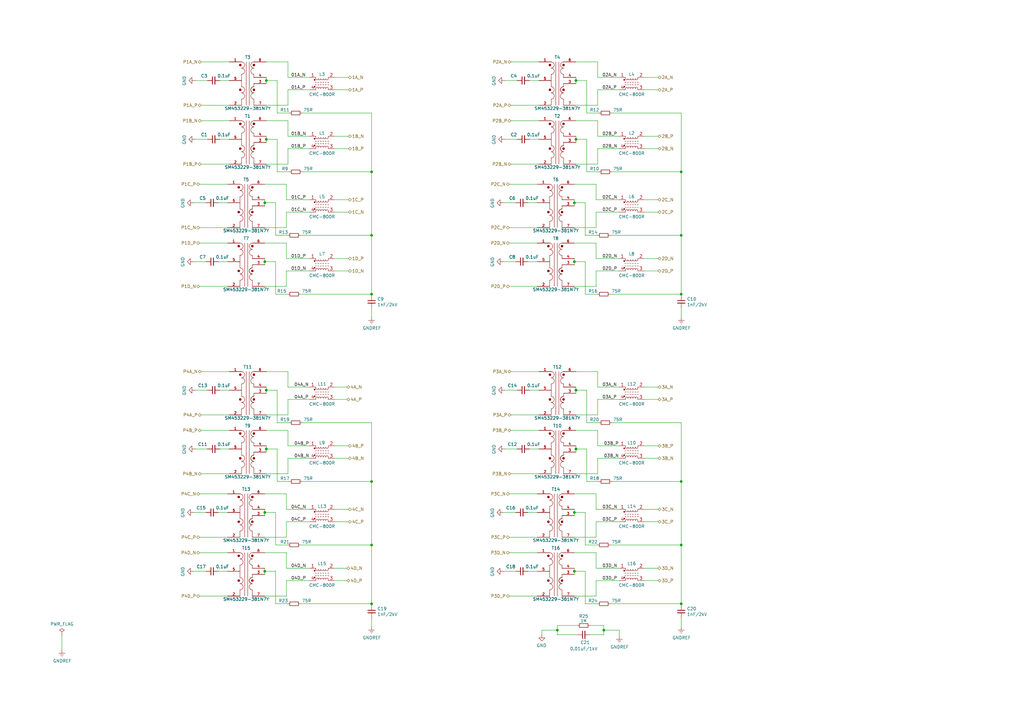
<source format=kicad_sch>
(kicad_sch (version 20211123) (generator eeschema)
  (paper "A3")
  (title_block (title "UbiConn") (date "2023-01-21") (rev "A"))
  (junction (at 279.4 96.52))
  (junction (at 108.585 107.315))
  (junction (at 152.4 96.52))
  (junction (at 109.22 184.15))
  (junction (at 236.22 33.02))
  (junction (at 279.4 120.65))
  (junction (at 247.65 258.445))
  (junction (at 108.585 234.315))
  (junction (at 152.4 223.52))
  (junction (at 236.22 184.15))
  (junction (at 109.22 57.15))
  (junction (at 235.585 107.315))
  (junction (at 108.585 210.185))
  (junction (at 108.585 83.185))
  (junction (at 279.4 197.485))
  (junction (at 109.22 160.02))
  (junction (at 236.22 160.02))
  (junction (at 235.585 83.185))
  (junction (at 152.4 120.65))
  (junction (at 152.4 70.485))
  (junction (at 235.585 234.315))
  (junction (at 228.6 258.445))
  (junction (at 279.4 247.65))
  (junction (at 279.4 223.52))
  (junction (at 152.4 197.485))
  (junction (at 152.4 247.65))
  (junction (at 236.22 57.15))
  (junction (at 109.22 33.02))
  (junction (at 235.585 210.185))
  (junction (at 279.4 70.485))
  (wire (pts (xy 152.4 247.65) (xy 152.4 223.52)))
  (wire (pts (xy 118.11 194.31) (xy 118.11 187.96)))
  (wire (pts (xy 228.6 258.445) (xy 228.6 260.35)))
  (wire (pts (xy 264.16 106.045) (xy 269.875 106.045)))
  (wire (pts (xy 127 55.88) (xy 118.11 55.88)))
  (wire (pts (xy 142.875 182.88) (xy 137.16 182.88)))
  (wire (pts (xy 240.665 197.485) (xy 240.665 184.15)))
  (wire (pts (xy 137.16 213.995) (xy 142.875 213.995)))
  (wire (pts (xy 245.11 67.31) (xy 236.22 67.31)))
  (wire (pts (xy 89.535 234.315) (xy 93.345 234.315)))
  (wire (pts (xy 220.345 244.475) (xy 208.915 244.475)))
  (wire (pts (xy 240.03 223.52) (xy 245.11 223.52)))
  (wire (pts (xy 235.585 234.315) (xy 235.585 235.585)))
  (wire (pts (xy 109.22 160.02) (xy 109.22 161.29)))
  (wire (pts (xy 109.22 25.4) (xy 118.11 25.4)))
  (wire (pts (xy 247.65 256.54) (xy 241.935 256.54)))
  (wire (pts (xy 117.475 226.695) (xy 117.475 233.045)))
  (wire (pts (xy 244.475 226.695) (xy 244.475 233.045)))
  (wire (pts (xy 113.03 223.52) (xy 118.11 223.52)))
  (wire (pts (xy 142.875 60.96) (xy 137.16 60.96)))
  (wire (pts (xy 245.11 170.18) (xy 245.11 163.83)))
  (wire (pts (xy 244.475 244.475) (xy 244.475 238.125)))
  (wire (pts (xy 209.55 176.53) (xy 220.98 176.53)))
  (wire (pts (xy 236.22 49.53) (xy 245.11 49.53)))
  (wire (pts (xy 216.535 107.315) (xy 220.345 107.315)))
  (wire (pts (xy 123.825 70.485) (xy 152.4 70.485)))
  (wire (pts (xy 244.475 233.045) (xy 254 233.045)))
  (wire (pts (xy 80.01 33.02) (xy 85.09 33.02)))
  (wire (pts (xy 82.55 176.53) (xy 93.98 176.53)))
  (wire (pts (xy 113.665 33.02) (xy 109.22 33.02)))
  (wire (pts (xy 123.825 173.355) (xy 152.4 173.355)))
  (wire (pts (xy 108.585 75.565) (xy 117.475 75.565)))
  (wire (pts (xy 118.11 43.18) (xy 118.11 36.83)))
  (wire (pts (xy 152.4 46.355) (xy 152.4 70.485)))
  (wire (pts (xy 236.22 182.88) (xy 236.22 184.15)))
  (wire (pts (xy 264.16 111.125) (xy 269.875 111.125)))
  (wire (pts (xy 279.4 46.355) (xy 279.4 70.485)))
  (wire (pts (xy 118.11 67.31) (xy 109.22 67.31)))
  (wire (pts (xy 90.17 160.02) (xy 93.98 160.02)))
  (wire (pts (xy 113.665 197.485) (xy 113.665 184.15)))
  (wire (pts (xy 127 86.995) (xy 117.475 86.995)))
  (wire (pts (xy 235.585 83.185) (xy 235.585 84.455)))
  (wire (pts (xy 240.03 210.185) (xy 235.585 210.185)))
  (wire (pts (xy 244.475 111.125) (xy 254 111.125)))
  (wire (pts (xy 123.19 247.65) (xy 152.4 247.65)))
  (wire (pts (xy 118.11 152.4) (xy 118.11 158.75)))
  (wire (pts (xy 142.875 31.75) (xy 137.16 31.75)))
  (wire (pts (xy 208.915 75.565) (xy 220.345 75.565)))
  (wire (pts (xy 109.22 31.75) (xy 109.22 33.02)))
  (wire (pts (xy 245.11 194.31) (xy 245.11 187.96)))
  (wire (pts (xy 216.535 83.185) (xy 220.345 83.185)))
  (wire (pts (xy 240.03 223.52) (xy 240.03 210.185)))
  (wire (pts (xy 217.17 57.15) (xy 220.98 57.15)))
  (wire (pts (xy 93.98 43.18) (xy 82.55 43.18)))
  (wire (pts (xy 244.475 220.345) (xy 244.475 213.995)))
  (wire (pts (xy 279.4 247.65) (xy 279.4 248.285)))
  (wire (pts (xy 250.825 70.485) (xy 279.4 70.485)))
  (wire (pts (xy 127 60.96) (xy 118.11 60.96)))
  (wire (pts (xy 113.03 234.315) (xy 108.585 234.315)))
  (wire (pts (xy 269.875 187.96) (xy 264.16 187.96)))
  (wire (pts (xy 93.345 93.345) (xy 81.915 93.345)))
  (wire (pts (xy 235.585 208.915) (xy 235.585 210.185)))
  (wire (pts (xy 123.19 120.65) (xy 152.4 120.65)))
  (wire (pts (xy 206.375 107.315) (xy 211.455 107.315)))
  (wire (pts (xy 118.11 67.31) (xy 118.11 60.96)))
  (wire (pts (xy 117.475 111.125) (xy 127 111.125)))
  (wire (pts (xy 137.16 238.125) (xy 142.24 238.125)))
  (wire (pts (xy 81.915 99.695) (xy 93.345 99.695)))
  (wire (pts (xy 81.915 226.695) (xy 93.345 226.695)))
  (wire (pts (xy 269.875 163.83) (xy 264.16 163.83)))
  (wire (pts (xy 244.475 75.565) (xy 244.475 81.915)))
  (wire (pts (xy 82.55 49.53) (xy 93.98 49.53)))
  (wire (pts (xy 108.585 233.045) (xy 108.585 234.315)))
  (wire (pts (xy 254 182.88) (xy 245.11 182.88)))
  (wire (pts (xy 123.19 96.52) (xy 152.4 96.52)))
  (wire (pts (xy 90.17 57.15) (xy 93.98 57.15)))
  (wire (pts (xy 127 182.88) (xy 118.11 182.88)))
  (wire (pts (xy 113.665 57.15) (xy 109.22 57.15)))
  (wire (pts (xy 264.16 81.915) (xy 269.875 81.915)))
  (wire (pts (xy 118.11 49.53) (xy 118.11 55.88)))
  (wire (pts (xy 236.22 158.75) (xy 236.22 160.02)))
  (wire (pts (xy 244.475 106.045) (xy 254 106.045)))
  (wire (pts (xy 245.11 170.18) (xy 236.22 170.18)))
  (wire (pts (xy 152.4 253.365) (xy 152.4 257.175)))
  (wire (pts (xy 118.11 170.18) (xy 118.11 163.83)))
  (wire (pts (xy 142.24 158.75) (xy 137.16 158.75)))
  (wire (pts (xy 269.875 182.88) (xy 264.16 182.88)))
  (wire (pts (xy 123.825 46.355) (xy 152.4 46.355)))
  (wire (pts (xy 117.475 117.475) (xy 108.585 117.475)))
  (wire (pts (xy 254 158.75) (xy 245.11 158.75)))
  (wire (pts (xy 240.665 57.15) (xy 236.22 57.15)))
  (wire (pts (xy 127 31.75) (xy 118.11 31.75)))
  (wire (pts (xy 123.825 197.485) (xy 152.4 197.485)))
  (wire (pts (xy 206.375 234.315) (xy 211.455 234.315)))
  (wire (pts (xy 244.475 93.345) (xy 235.585 93.345)))
  (wire (pts (xy 109.22 49.53) (xy 118.11 49.53)))
  (wire (pts (xy 250.19 223.52) (xy 279.4 223.52)))
  (wire (pts (xy 250.825 197.485) (xy 279.4 197.485)))
  (wire (pts (xy 217.17 184.15) (xy 220.98 184.15)))
  (wire (pts (xy 123.19 223.52) (xy 152.4 223.52)))
  (wire (pts (xy 113.03 223.52) (xy 113.03 210.185)))
  (wire (pts (xy 254 31.75) (xy 245.11 31.75)))
  (wire (pts (xy 79.375 234.315) (xy 84.455 234.315)))
  (wire (pts (xy 89.535 107.315) (xy 93.345 107.315)))
  (wire (pts (xy 244.475 202.565) (xy 244.475 208.915)))
  (wire (pts (xy 80.01 57.15) (xy 85.09 57.15)))
  (wire (pts (xy 137.16 106.045) (xy 142.875 106.045)))
  (wire (pts (xy 206.375 83.185) (xy 211.455 83.185)))
  (wire (pts (xy 113.665 184.15) (xy 109.22 184.15)))
  (wire (pts (xy 117.475 238.125) (xy 127 238.125)))
  (wire (pts (xy 137.16 81.915) (xy 142.875 81.915)))
  (wire (pts (xy 250.825 173.355) (xy 279.4 173.355)))
  (wire (pts (xy 264.16 238.125) (xy 269.875 238.125)))
  (wire (pts (xy 254 258.445) (xy 247.65 258.445)))
  (wire (pts (xy 118.745 173.355) (xy 113.665 173.355)))
  (wire (pts (xy 244.475 244.475) (xy 235.585 244.475)))
  (wire (pts (xy 269.875 36.83) (xy 264.16 36.83)))
  (wire (pts (xy 254 81.915) (xy 244.475 81.915)))
  (wire (pts (xy 81.915 75.565) (xy 93.345 75.565)))
  (wire (pts (xy 279.4 120.65) (xy 279.4 121.285)))
  (wire (pts (xy 240.665 160.02) (xy 236.22 160.02)))
  (wire (pts (xy 109.22 33.02) (xy 109.22 34.29)))
  (wire (pts (xy 206.375 210.185) (xy 211.455 210.185)))
  (wire (pts (xy 79.375 210.185) (xy 84.455 210.185)))
  (wire (pts (xy 113.665 46.355) (xy 113.665 33.02)))
  (wire (pts (xy 279.4 173.355) (xy 279.4 197.485)))
  (wire (pts (xy 236.22 160.02) (xy 236.22 161.29)))
  (wire (pts (xy 137.16 111.125) (xy 142.875 111.125)))
  (wire (pts (xy 244.475 220.345) (xy 235.585 220.345)))
  (wire (pts (xy 82.55 25.4) (xy 93.98 25.4)))
  (wire (pts (xy 81.915 202.565) (xy 93.345 202.565)))
  (wire (pts (xy 217.17 33.02) (xy 220.98 33.02)))
  (wire (pts (xy 209.55 25.4) (xy 220.98 25.4)))
  (wire (pts (xy 89.535 210.185) (xy 93.345 210.185)))
  (wire (pts (xy 109.22 158.75) (xy 109.22 160.02)))
  (wire (pts (xy 254 187.96) (xy 245.11 187.96)))
  (wire (pts (xy 240.03 107.315) (xy 235.585 107.315)))
  (wire (pts (xy 264.16 213.995) (xy 269.875 213.995)))
  (wire (pts (xy 235.585 107.315) (xy 235.585 108.585)))
  (wire (pts (xy 235.585 99.695) (xy 244.475 99.695)))
  (wire (pts (xy 127 36.83) (xy 118.11 36.83)))
  (wire (pts (xy 152.4 247.65) (xy 152.4 248.285)))
  (wire (pts (xy 152.4 120.65) (xy 152.4 96.52)))
  (wire (pts (xy 127 81.915) (xy 117.475 81.915)))
  (wire (pts (xy 152.4 173.355) (xy 152.4 197.485)))
  (wire (pts (xy 220.98 43.18) (xy 209.55 43.18)))
  (wire (pts (xy 245.11 176.53) (xy 245.11 182.88)))
  (wire (pts (xy 245.11 25.4) (xy 245.11 31.75)))
  (wire (pts (xy 279.4 120.65) (xy 279.4 96.52)))
  (wire (pts (xy 82.55 152.4) (xy 93.98 152.4)))
  (wire (pts (xy 80.01 160.02) (xy 85.09 160.02)))
  (wire (pts (xy 245.11 152.4) (xy 245.11 158.75)))
  (wire (pts (xy 117.475 99.695) (xy 117.475 106.045)))
  (wire (pts (xy 117.475 93.345) (xy 108.585 93.345)))
  (wire (pts (xy 109.22 57.15) (xy 109.22 58.42)))
  (wire (pts (xy 236.22 57.15) (xy 236.22 58.42)))
  (wire (pts (xy 142.875 55.88) (xy 137.16 55.88)))
  (wire (pts (xy 93.345 220.345) (xy 81.915 220.345)))
  (wire (pts (xy 79.375 83.185) (xy 84.455 83.185)))
  (wire (pts (xy 118.11 25.4) (xy 118.11 31.75)))
  (wire (pts (xy 254 86.995) (xy 244.475 86.995)))
  (wire (pts (xy 269.875 31.75) (xy 264.16 31.75)))
  (wire (pts (xy 228.6 256.54) (xy 228.6 258.445)))
  (wire (pts (xy 240.03 83.185) (xy 235.585 83.185)))
  (wire (pts (xy 142.875 187.96) (xy 137.16 187.96)))
  (wire (pts (xy 235.585 226.695) (xy 244.475 226.695)))
  (wire (pts (xy 216.535 234.315) (xy 220.345 234.315)))
  (wire (pts (xy 244.475 238.125) (xy 254 238.125)))
  (wire (pts (xy 236.22 31.75) (xy 236.22 33.02)))
  (wire (pts (xy 250.19 120.65) (xy 279.4 120.65)))
  (wire (pts (xy 220.345 93.345) (xy 208.915 93.345)))
  (wire (pts (xy 254 163.83) (xy 245.11 163.83)))
  (wire (pts (xy 254 36.83) (xy 245.11 36.83)))
  (wire (pts (xy 220.98 170.18) (xy 209.55 170.18)))
  (wire (pts (xy 127 213.995) (xy 117.475 213.995)))
  (wire (pts (xy 236.22 184.15) (xy 236.22 185.42)))
  (wire (pts (xy 113.665 160.02) (xy 109.22 160.02)))
  (wire (pts (xy 137.16 86.995) (xy 142.875 86.995)))
  (wire (pts (xy 90.17 184.15) (xy 93.98 184.15)))
  (wire (pts (xy 220.98 67.31) (xy 209.55 67.31)))
  (wire (pts (xy 207.01 160.02) (xy 212.09 160.02)))
  (wire (pts (xy 269.875 55.88) (xy 264.16 55.88)))
  (wire (pts (xy 209.55 152.4) (xy 220.98 152.4)))
  (wire (pts (xy 90.17 33.02) (xy 93.98 33.02)))
  (wire (pts (xy 207.01 57.15) (xy 212.09 57.15)))
  (wire (pts (xy 152.4 197.485) (xy 152.4 223.52)))
  (wire (pts (xy 235.585 233.045) (xy 235.585 234.315)))
  (wire (pts (xy 247.65 260.35) (xy 241.935 260.35)))
  (wire (pts (xy 208.915 226.695) (xy 220.345 226.695)))
  (wire (pts (xy 117.475 202.565) (xy 117.475 208.915)))
  (wire (pts (xy 250.19 247.65) (xy 279.4 247.65)))
  (wire (pts (xy 217.17 160.02) (xy 220.98 160.02)))
  (wire (pts (xy 108.585 234.315) (xy 108.585 235.585)))
  (wire (pts (xy 254 208.915) (xy 244.475 208.915)))
  (wire (pts (xy 152.4 70.485) (xy 152.4 96.52)))
  (wire (pts (xy 93.98 170.18) (xy 82.55 170.18)))
  (wire (pts (xy 216.535 210.185) (xy 220.345 210.185)))
  (wire (pts (xy 113.03 96.52) (xy 113.03 83.185)))
  (wire (pts (xy 240.03 234.315) (xy 235.585 234.315)))
  (wire (pts (xy 240.665 197.485) (xy 245.745 197.485)))
  (wire (pts (xy 269.875 60.96) (xy 264.16 60.96)))
  (wire (pts (xy 118.11 170.18) (xy 109.22 170.18)))
  (wire (pts (xy 236.22 152.4) (xy 245.11 152.4)))
  (wire (pts (xy 118.11 194.31) (xy 109.22 194.31)))
  (wire (pts (xy 240.03 96.52) (xy 245.11 96.52)))
  (wire (pts (xy 113.03 96.52) (xy 118.11 96.52)))
  (wire (pts (xy 93.98 67.31) (xy 82.55 67.31)))
  (wire (pts (xy 244.475 117.475) (xy 244.475 111.125)))
  (wire (pts (xy 235.585 81.915) (xy 235.585 83.185)))
  (wire (pts (xy 264.16 233.045) (xy 269.875 233.045)))
  (wire (pts (xy 245.11 194.31) (xy 236.22 194.31)))
  (wire (pts (xy 235.585 202.565) (xy 244.475 202.565)))
  (wire (pts (xy 240.665 33.02) (xy 236.22 33.02)))
  (wire (pts (xy 209.55 49.53) (xy 220.98 49.53)))
  (wire (pts (xy 245.11 43.18) (xy 245.11 36.83)))
  (wire (pts (xy 245.11 49.53) (xy 245.11 55.88)))
  (wire (pts (xy 208.915 202.565) (xy 220.345 202.565)))
  (wire (pts (xy 108.585 81.915) (xy 108.585 83.185)))
  (wire (pts (xy 152.4 120.65) (xy 152.4 121.285)))
  (wire (pts (xy 108.585 210.185) (xy 108.585 211.455)))
  (wire (pts (xy 142.875 36.83) (xy 137.16 36.83)))
  (wire (pts (xy 117.475 75.565) (xy 117.475 81.915)))
  (wire (pts (xy 245.11 67.31) (xy 245.11 60.96)))
  (wire (pts (xy 245.11 43.18) (xy 236.22 43.18)))
  (wire (pts (xy 207.01 184.15) (xy 212.09 184.15)))
  (wire (pts (xy 264.16 208.915) (xy 269.875 208.915)))
  (wire (pts (xy 117.475 220.345) (xy 117.475 213.995)))
  (wire (pts (xy 108.585 83.185) (xy 108.585 84.455)))
  (wire (pts (xy 117.475 117.475) (xy 117.475 111.125)))
  (wire (pts (xy 93.345 117.475) (xy 81.915 117.475)))
  (wire (pts (xy 222.25 258.445) (xy 222.25 260.35)))
  (wire (pts (xy 113.03 247.65) (xy 118.11 247.65)))
  (wire (pts (xy 279.4 70.485) (xy 279.4 96.52)))
  (wire (pts (xy 208.915 99.695) (xy 220.345 99.695)))
  (wire (pts (xy 142.24 163.83) (xy 137.16 163.83)))
  (wire (pts (xy 89.535 83.185) (xy 93.345 83.185)))
  (wire (pts (xy 220.98 194.31) (xy 209.55 194.31)))
  (wire (pts (xy 117.475 93.345) (xy 117.475 86.995)))
  (wire (pts (xy 108.585 99.695) (xy 117.475 99.695)))
  (wire (pts (xy 118.11 43.18) (xy 109.22 43.18)))
  (wire (pts (xy 245.745 46.355) (xy 240.665 46.355)))
  (wire (pts (xy 113.665 197.485) (xy 118.745 197.485)))
  (wire (pts (xy 236.22 55.88) (xy 236.22 57.15)))
  (wire (pts (xy 269.875 158.75) (xy 264.16 158.75)))
  (wire (pts (xy 250.19 96.52) (xy 279.4 96.52)))
  (wire (pts (xy 118.745 46.355) (xy 113.665 46.355)))
  (wire (pts (xy 113.03 107.315) (xy 108.585 107.315)))
  (wire (pts (xy 254 213.995) (xy 244.475 213.995)))
  (wire (pts (xy 108.585 202.565) (xy 117.475 202.565)))
  (wire (pts (xy 113.03 83.185) (xy 108.585 83.185)))
  (wire (pts (xy 240.03 247.65) (xy 240.03 234.315)))
  (wire (pts (xy 152.4 126.365) (xy 152.4 130.175)))
  (wire (pts (xy 117.475 233.045) (xy 127 233.045)))
  (wire (pts (xy 245.745 173.355) (xy 240.665 173.355)))
  (wire (pts (xy 279.4 253.365) (xy 279.4 257.175)))
  (wire (pts (xy 118.11 176.53) (xy 118.11 182.88)))
  (wire (pts (xy 109.22 55.88) (xy 109.22 57.15)))
  (wire (pts (xy 235.585 106.045) (xy 235.585 107.315)))
  (wire (pts (xy 240.665 173.355) (xy 240.665 160.02)))
  (wire (pts (xy 240.03 120.65) (xy 240.03 107.315)))
  (wire (pts (xy 207.01 33.02) (xy 212.09 33.02)))
  (wire (pts (xy 240.03 120.65) (xy 245.11 120.65)))
  (wire (pts (xy 108.585 107.315) (xy 108.585 108.585)))
  (wire (pts (xy 220.345 117.475) (xy 208.915 117.475)))
  (wire (pts (xy 113.665 70.485) (xy 118.745 70.485)))
  (wire (pts (xy 240.03 96.52) (xy 240.03 83.185)))
  (wire (pts (xy 254 260.985) (xy 254 258.445)))
  (wire (pts (xy 25.4 260.35) (xy 25.4 266.7)))
  (wire (pts (xy 127 187.96) (xy 118.11 187.96)))
  (wire (pts (xy 236.855 256.54) (xy 228.6 256.54)))
  (wire (pts (xy 93.98 194.31) (xy 82.55 194.31)))
  (wire (pts (xy 113.03 247.65) (xy 113.03 234.315)))
  (wire (pts (xy 240.665 46.355) (xy 240.665 33.02)))
  (wire (pts (xy 117.475 244.475) (xy 108.585 244.475)))
  (wire (pts (xy 236.22 33.02) (xy 236.22 34.29)))
  (wire (pts (xy 247.65 258.445) (xy 247.65 260.35)))
  (wire (pts (xy 240.03 247.65) (xy 245.11 247.65)))
  (wire (pts (xy 127 208.915) (xy 117.475 208.915)))
  (wire (pts (xy 250.825 46.355) (xy 279.4 46.355)))
  (wire (pts (xy 220.345 220.345) (xy 208.915 220.345)))
  (wire (pts (xy 247.65 256.54) (xy 247.65 258.445)))
  (wire (pts (xy 137.16 208.915) (xy 142.875 208.915)))
  (wire (pts (xy 109.22 182.88) (xy 109.22 184.15)))
  (wire (pts (xy 108.585 106.045) (xy 108.585 107.315)))
  (wire (pts (xy 279.4 197.485) (xy 279.4 223.52)))
  (wire (pts (xy 279.4 126.365) (xy 279.4 130.175)))
  (wire (pts (xy 235.585 210.185) (xy 235.585 211.455)))
  (wire (pts (xy 127 163.83) (xy 118.11 163.83)))
  (wire (pts (xy 228.6 258.445) (xy 222.25 258.445)))
  (wire (pts (xy 117.475 106.045) (xy 127 106.045)))
  (wire (pts (xy 113.665 70.485) (xy 113.665 57.15)))
  (wire (pts (xy 113.665 173.355) (xy 113.665 160.02)))
  (wire (pts (xy 254 60.96) (xy 245.11 60.96)))
  (wire (pts (xy 113.03 210.185) (xy 108.585 210.185)))
  (wire (pts (xy 80.01 184.15) (xy 85.09 184.15)))
  (wire (pts (xy 109.22 152.4) (xy 118.11 152.4)))
  (wire (pts (xy 240.665 184.15) (xy 236.22 184.15)))
  (wire (pts (xy 240.665 70.485) (xy 240.665 57.15)))
  (wire (pts (xy 264.16 86.995) (xy 269.875 86.995)))
  (wire (pts (xy 109.22 184.15) (xy 109.22 185.42)))
  (wire (pts (xy 113.03 120.65) (xy 118.11 120.65)))
  (wire (pts (xy 254 55.88) (xy 245.11 55.88)))
  (wire (pts (xy 279.4 247.65) (xy 279.4 223.52)))
  (wire (pts (xy 127 158.75) (xy 118.11 158.75)))
  (wire (pts (xy 244.475 99.695) (xy 244.475 106.045)))
  (wire (pts (xy 109.22 176.53) (xy 118.11 176.53)))
  (wire (pts (xy 113.03 120.65) (xy 113.03 107.315)))
  (wire (pts (xy 228.6 260.35) (xy 236.855 260.35)))
  (wire (pts (xy 244.475 117.475) (xy 235.585 117.475)))
  (wire (pts (xy 108.585 226.695) (xy 117.475 226.695)))
  (wire (pts (xy 240.665 70.485) (xy 245.745 70.485)))
  (wire (pts (xy 244.475 93.345) (xy 244.475 86.995)))
  (wire (pts (xy 137.16 233.045) (xy 142.24 233.045)))
  (wire (pts (xy 93.345 244.475) (xy 81.915 244.475)))
  (wire (pts (xy 117.475 220.345) (xy 108.585 220.345)))
  (wire (pts (xy 108.585 208.915) (xy 108.585 210.185)))
  (wire (pts (xy 236.22 25.4) (xy 245.11 25.4)))
  (wire (pts (xy 79.375 107.315) (xy 84.455 107.315)))
  (wire (pts (xy 236.22 176.53) (xy 245.11 176.53)))
  (wire (pts (xy 117.475 244.475) (xy 117.475 238.125)))
  (wire (pts (xy 235.585 75.565) (xy 244.475 75.565)))
  (text "" (at 260.985 47.625 0) (effects (font (size 1.4986 1.4986) (thickness 0.2997) bold italic) (justify left bottom)))
  (text "" (at 260.35 248.92 0) (effects (font (size 1.4986 1.4986) (thickness 0.2997) bold italic) (justify left bottom)))
  (text "" (at 212.725 186.055 0) (effects (font (size 1.4986 1.4986) (thickness 0.2997) bold italic) (justify left bottom)))
  (text "" (at 260.985 174.625 0) (effects (font (size 1.4986 1.4986) (thickness 0.2997) bold italic) (justify left bottom)))
  (text "" (at 120.015 198.755 0) (effects (font (size 1.4986 1.4986) (thickness 0.2997) bold italic) (justify left bottom)))
  (text "" (at 133.985 47.625 0) (effects (font (size 1.4986 1.4986) (thickness 0.2997) bold italic) (justify left bottom)))
  (text "" (at 247.015 71.755 0) (effects (font (size 1.4986 1.4986) (thickness 0.2997) bold italic) (justify left bottom)))
  (text "" (at 260.35 97.79 0) (effects (font (size 1.4986 1.4986) (thickness 0.2997) bold italic) (justify left bottom)))
  (text "" (at 133.35 248.92 0) (effects (font (size 1.4986 1.4986) (thickness 0.2997) bold italic) (justify left bottom)))
  (text "" (at 120.015 174.625 0) (effects (font (size 1.4986 1.4986) (thickness 0.2997) bold italic) (justify left bottom)))
  (text "" (at 246.38 248.92 0) (effects (font (size 1.4986 1.4986) (thickness 0.2997) bold italic) (justify left bottom)))
  (text "" (at 85.09 212.09 0) (effects (font (size 1.4986 1.4986) (thickness 0.2997) bold italic) (justify left bottom)))
  (text "" (at 85.09 236.22 0) (effects (font (size 1.4986 1.4986) (thickness 0.2997) bold italic) (justify left bottom)))
  (text "" (at 212.725 59.055 0) (effects (font (size 1.4986 1.4986) (thickness 0.2997) bold italic) (justify left bottom)))
  (text "" (at 119.38 224.79 0) (effects (font (size 1.4986 1.4986) (thickness 0.2997) bold italic) (justify left bottom)))
  (text "" (at 133.985 198.755 0) (effects (font (size 1.4986 1.4986) (thickness 0.2997) bold italic) (justify left bottom)))
  (text "" (at 246.38 121.92 0) (effects (font (size 1.4986 1.4986) (thickness 0.2997) bold italic) (justify left bottom)))
  (text "" (at 133.985 174.625 0) (effects (font (size 1.4986 1.4986) (thickness 0.2997) bold italic) (justify left bottom)))
  (text "" (at 212.09 85.09 0) (effects (font (size 1.4986 1.4986) (thickness 0.2997) bold italic) (justify left bottom)))
  (text "" (at 119.38 97.79 0) (effects (font (size 1.4986 1.4986) (thickness 0.2997) bold italic) (justify left bottom)))
  (text "" (at 133.35 97.79 0) (effects (font (size 1.4986 1.4986) (thickness 0.2997) bold italic) (justify left bottom)))
  (text "" (at -140.335 208.915 0) (effects (font (size 1.4986 1.4986) (thickness 0.2997) bold italic) (justify left bottom)))
  (text "" (at 260.35 121.92 0) (effects (font (size 1.4986 1.4986) (thickness 0.2997) bold italic) (justify left bottom)))
  (text "" (at 85.09 109.22 0) (effects (font (size 1.4986 1.4986) (thickness 0.2997) bold italic) (justify left bottom)))
  (text "" (at 212.09 212.09 0) (effects (font (size 1.4986 1.4986) (thickness 0.2997) bold italic) (justify left bottom)))
  (text "" (at 85.725 34.925 0) (effects (font (size 1.4986 1.4986) (thickness 0.2997) bold italic) (justify left bottom)))
  (text "" (at 133.35 224.79 0) (effects (font (size 1.4986 1.4986) (thickness 0.2997) bold italic) (justify left bottom)))
  (text "" (at 120.015 71.755 0) (effects (font (size 1.4986 1.4986) (thickness 0.2997) bold italic) (justify left bottom)))
  (text "" (at 119.38 248.92 0) (effects (font (size 1.4986 1.4986) (thickness 0.2997) bold italic) (justify left bottom)))
  (text "" (at 246.38 97.79 0) (effects (font (size 1.4986 1.4986) (thickness 0.2997) bold italic) (justify left bottom)))
  (text "" (at 120.015 47.625 0) (effects (font (size 1.4986 1.4986) (thickness 0.2997) bold italic) (justify left bottom)))
  (text "" (at 85.725 59.055 0) (effects (font (size 1.4986 1.4986) (thickness 0.2997) bold italic) (justify left bottom)))
  (text "" (at 133.985 71.755 0) (effects (font (size 1.4986 1.4986) (thickness 0.2997) bold italic) (justify left bottom)))
  (text "" (at 260.985 198.755 0) (effects (font (size 1.4986 1.4986) (thickness 0.2997) bold italic) (justify left bottom)))
  (text "" (at 246.38 224.79 0) (effects (font (size 1.4986 1.4986) (thickness 0.2997) bold italic) (justify left bottom)))
  (text "" (at 133.35 121.92 0) (effects (font (size 1.4986 1.4986) (thickness 0.2997) bold italic) (justify left bottom)))
  (text "" (at 85.725 186.055 0) (effects (font (size 1.4986 1.4986) (thickness 0.2997) bold italic) (justify left bottom)))
  (text "" (at 85.09 85.09 0) (effects (font (size 1.4986 1.4986) (thickness 0.2997) bold italic) (justify left bottom)))
  (text "" (at 260.985 71.755 0) (effects (font (size 1.4986 1.4986) (thickness 0.2997) bold italic) (justify left bottom)))
  (text "" (at 260.35 224.79 0) (effects (font (size 1.4986 1.4986) (thickness 0.2997) bold italic) (justify left bottom)))
  (text "" (at 247.015 47.625 0) (effects (font (size 1.4986 1.4986) (thickness 0.2997) bold italic) (justify left bottom)))
  (text "" (at 212.725 161.925 0) (effects (font (size 1.4986 1.4986) (thickness 0.2997) bold italic) (justify left bottom)))
  (text "" (at 212.09 236.22 0) (effects (font (size 1.4986 1.4986) (thickness 0.2997) bold italic) (justify left bottom)))
  (text "" (at 247.015 198.755 0) (effects (font (size 1.4986 1.4986) (thickness 0.2997) bold italic) (justify left bottom)))
  (text "" (at 247.015 174.625 0) (effects (font (size 1.4986 1.4986) (thickness 0.2997) bold italic) (justify left bottom)))
  (text "" (at -140.335 186.69 0) (effects (font (size 1.4986 1.4986) (thickness 0.2997) bold italic) (justify left bottom)))
  (text "" (at 212.725 34.925 0) (effects (font (size 1.4986 1.4986) (thickness 0.2997) bold italic) (justify left bottom)))
  (text "" (at 85.725 161.925 0) (effects (font (size 1.4986 1.4986) (thickness 0.2997) bold italic) (justify left bottom)))
  (text "" (at 119.38 121.92 0) (effects (font (size 1.4986 1.4986) (thickness 0.2997) bold italic) (justify left bottom)))
  (text "" (at 212.09 109.22 0) (effects (font (size 1.4986 1.4986) (thickness 0.2997) bold italic) (justify left bottom)))
  (label "04D_N" (at 119.38 233.045 0))
  (label "04A_N" (at 120.65 158.75 0))
  (label "01A_N" (at 119.38 31.75 0))
  (label "02A_P" (at 247.015 36.83 0))
  (label "03A_P" (at 247.015 163.83 0))
  (label "01D_N" (at 119.38 111.125 0))
  (label "02D_N" (at 247.015 106.045 0))
  (label "04B_P" (at 120.65 182.88 0))
  (label "02C_P" (at 247.015 86.995 0))
  (label "04B_N" (at 120.65 187.96 0))
  (label "01A_P" (at 119.38 36.83 0))
  (label "02C_N" (at 247.015 81.915 0))
  (label "01D_P" (at 119.38 106.045 0))
  (label "03A_N" (at 247.015 158.75 0))
  (label "02B_N" (at 247.015 60.96 0))
  (label "03C_N" (at 247.015 208.915 0))
  (label "03D_N" (at 247.015 233.045 0))
  (label "02A_N" (at 247.015 31.75 0))
  (label "01C_N" (at 119.38 86.995 0))
  (label "02D_P" (at 247.015 111.125 0))
  (label "01C_P" (at 119.38 81.915 0))
  (label "04D_P" (at 119.38 238.125 0))
  (label "03B_P" (at 247.65 182.88 0))
  (label "01B_P" (at 119.38 60.96 0))
  (label "04C_P" (at 119.38 213.995 0))
  (label "04A_P" (at 120.65 163.83 0))
  (label "01B_N" (at 119.38 55.88 0))
  (label "03C_P" (at 247.015 213.995 0))
  (label "03D_P" (at 247.015 238.125 0))
  (label "03B_N" (at 247.65 187.96 0))
  (label "02B_P" (at 247.015 55.88 0))
  (label "04C_N" (at 119.38 208.915 0))
  (hierarchical_label "P2D_N" (shape bidirectional) (at 208.915 99.695 180))
  (hierarchical_label "P2A_N" (shape bidirectional) (at 209.55 25.4 180))
  (hierarchical_label "P4A_P" (shape bidirectional) (at 82.55 170.18 180))
  (hierarchical_label "4B_P" (shape bidirectional) (at 142.875 182.88 0))
  (hierarchical_label "1D_N" (shape bidirectional) (at 142.875 111.125 0))
  (hierarchical_label "4D_N" (shape bidirectional) (at 142.24 233.045 0))
  (hierarchical_label "P4B_P" (shape bidirectional) (at 82.55 176.53 180))
  (hierarchical_label "P1D_N" (shape bidirectional) (at 81.915 117.475 180))
  (hierarchical_label "3C_N" (shape bidirectional) (at 269.875 208.915 0))
  (hierarchical_label "1C_N" (shape bidirectional) (at 142.875 86.995 0))
  (hierarchical_label "P3D_P" (shape bidirectional) (at 208.915 244.475 180))
  (hierarchical_label "1B_N" (shape bidirectional) (at 142.875 55.88 0))
  (hierarchical_label "3C_P" (shape bidirectional) (at 269.875 213.995 0))
  (hierarchical_label "4A_N" (shape bidirectional) (at 142.24 158.75 0))
  (hierarchical_label "1D_P" (shape bidirectional) (at 142.875 106.045 0))
  (hierarchical_label "P2C_N" (shape bidirectional) (at 208.915 75.565 180))
  (hierarchical_label "3B_P" (shape bidirectional) (at 269.875 182.88 0))
  (hierarchical_label "P2D_P" (shape bidirectional) (at 208.915 117.475 180))
  (hierarchical_label "1B_P" (shape bidirectional) (at 142.875 60.96 0))
  (hierarchical_label "P1A_N" (shape bidirectional) (at 82.55 25.4 180))
  (hierarchical_label "P3C_P" (shape bidirectional) (at 208.915 220.345 180))
  (hierarchical_label "2C_N" (shape bidirectional) (at 269.875 81.915 0))
  (hierarchical_label "P3B_P" (shape bidirectional) (at 209.55 176.53 180))
  (hierarchical_label "1A_P" (shape bidirectional) (at 142.875 36.83 0))
  (hierarchical_label "P3B_N" (shape bidirectional) (at 209.55 194.31 180))
  (hierarchical_label "2D_P" (shape bidirectional) (at 269.875 111.125 0))
  (hierarchical_label "P2A_P" (shape bidirectional) (at 209.55 43.18 180))
  (hierarchical_label "P3C_N" (shape bidirectional) (at 208.915 202.565 180))
  (hierarchical_label "P4C_P" (shape bidirectional) (at 81.915 220.345 180))
  (hierarchical_label "P1C_P" (shape bidirectional) (at 81.915 75.565 180))
  (hierarchical_label "4A_P" (shape bidirectional) (at 142.24 163.83 0))
  (hierarchical_label "2D_N" (shape bidirectional) (at 269.875 106.045 0))
  (hierarchical_label "2A_N" (shape bidirectional) (at 269.875 31.75 0))
  (hierarchical_label "P3A_P" (shape bidirectional) (at 209.55 170.18 180))
  (hierarchical_label "3D_P" (shape bidirectional) (at 269.875 238.125 0))
  (hierarchical_label "P1A_P" (shape bidirectional) (at 82.55 43.18 180))
  (hierarchical_label "P1C_N" (shape bidirectional) (at 81.915 93.345 180))
  (hierarchical_label "4C_P" (shape bidirectional) (at 142.875 213.995 0))
  (hierarchical_label "P2B_N" (shape bidirectional) (at 209.55 67.31 180))
  (hierarchical_label "1A_N" (shape bidirectional) (at 142.875 31.75 0))
  (hierarchical_label "P3A_N" (shape bidirectional) (at 209.55 152.4 180))
  (hierarchical_label "P4D_P" (shape bidirectional) (at 81.915 244.475 180))
  (hierarchical_label "P4A_N" (shape bidirectional) (at 82.55 152.4 180))
  (hierarchical_label "1C_P" (shape bidirectional) (at 142.875 81.915 0))
  (hierarchical_label "2B_N" (shape bidirectional) (at 269.875 60.96 0))
  (hierarchical_label "2C_P" (shape bidirectional) (at 269.875 86.995 0))
  (hierarchical_label "3A_N" (shape bidirectional) (at 269.875 158.75 0))
  (hierarchical_label "3B_N" (shape bidirectional) (at 269.875 187.96 0))
  (hierarchical_label "P2B_P" (shape bidirectional) (at 209.55 49.53 180))
  (hierarchical_label "4C_N" (shape bidirectional) (at 142.875 208.915 0))
  (hierarchical_label "P1B_N" (shape bidirectional) (at 82.55 49.53 180))
  (hierarchical_label "P4B_N" (shape bidirectional) (at 82.55 194.31 180))
  (hierarchical_label "2B_P" (shape bidirectional) (at 269.875 55.88 0))
  (hierarchical_label "3A_P" (shape bidirectional) (at 269.875 163.83 0))
  (hierarchical_label "4B_N" (shape bidirectional) (at 142.875 187.96 0))
  (hierarchical_label "3D_N" (shape bidirectional) (at 269.875 233.045 0))
  (hierarchical_label "P2C_P" (shape bidirectional) (at 208.915 93.345 180))
  (hierarchical_label "P1D_P" (shape bidirectional) (at 81.915 99.695 180))
  (hierarchical_label "4D_P" (shape bidirectional) (at 142.24 238.125 0))
  (hierarchical_label "P4C_N" (shape bidirectional) (at 81.915 202.565 180))
  (hierarchical_label "P3D_N" (shape bidirectional) (at 208.915 226.695 180))
  (hierarchical_label "2A_P" (shape bidirectional) (at 269.875 36.83 0))
  (hierarchical_label "P4D_N" (shape bidirectional) (at 81.915 226.695 180))
  (hierarchical_label "P1B_P" (shape bidirectional) (at 82.55 67.31 180))
  (symbol (lib_id "power:GNDREF") (at 279.4 130.175 0) (unit 1)
    (property "Reference" "#PWR054" (effects hide))
    (property "Value" "GNDREF" (at 279.527 134.5692 0))
  )
  (symbol (lib_id "Device:C_Small") (at 87.63 33.02 90)
    (property "Reference" "C3" (at 85.09 31.115 90) (effects (justify left)))
    (property "Value" "0.1uF" (at 94.615 31.115 90) (effects (justify left)))
    (property "Footprint" "Kpk:C_0402_Small" (effects hide))
    (property "MPN" "GRM155R71H104KE14J" (effects hide))
    (property "Voltage Rating" "50V" (effects hide))
    (property "LCSC#" "C85858" (effects hide))
    (property "Cost @ 100pcs" "0.0117" (effects hide))
    (property "MPN if populated" "GRM155R71H104KE14J" (effects hide))
    (property "Manufacturer " "Murata Electronics" (effects hide))
    (property "Description" "CAP CER 0.1UF 50V X7R 0402" (effects hide))
    (property "Operating Temperature" "-55°C ~ 125°C" (effects hide))
    (property "Cost @10pcs" "0.0117" (effects hide))
    (property "Supplier 1" "LCSC" (effects hide))
    (property "Package" "0402" (effects hide))
  )
  (symbol (lib_id "Device:R_Small") (at 121.285 70.485 90)
    (property "Reference" "R9" (at 116.84 69.215 90))
    (property "Value" "75R" (at 126.365 69.215 90))
    (property "Footprint" "Resistor_SMD:R_0402_1005Metric" (effects hide))
    (property "MPN" "RC0402FR-0775RL" (effects hide))
    (property "LCSC#" "C114757" (effects hide))
    (property "Tolerance" "1%" (effects hide))
    (property "MPN if populated" "RC0402FR-0775RL" (effects hide))
    (property "Cost @ 100pcs" "0.0008" (effects hide))
    (property "Manufacturer " "Yageo" (effects hide))
    (property "Description" "RES SMD 75 OHM 1% 1/16W 0402" (effects hide))
    (property "Operating Temperature" "-55°C ~ 155°C" (effects hide))
    (property "Cost @10pcs" "0.0008" (effects hide))
    (property "Supplier 1" "LCSC" (effects hide))
    (property "Package" "0402" (effects hide))
  )
  (symbol (lib_id "Device:R_Small") (at 121.285 46.355 90)
    (property "Reference" "R11" (at 116.84 45.085 90))
    (property "Value" "75R" (at 126.365 45.085 90))
    (property "Footprint" "Resistor_SMD:R_0402_1005Metric" (effects hide))
    (property "MPN" "RC0402FR-0775RL" (effects hide))
    (property "LCSC#" "C114757" (effects hide))
    (property "Tolerance" "1%" (effects hide))
    (property "MPN if populated" "RC0402FR-0775RL" (effects hide))
    (property "Cost @ 100pcs" "0.0008" (effects hide))
    (property "Manufacturer " "Yageo" (effects hide))
    (property "Description" "RES SMD 75 OHM 1% 1/16W 0402" (effects hide))
    (property "Operating Temperature" "-55°C ~ 155°C" (effects hide))
    (property "Cost @10pcs" "0.0008" (effects hide))
    (property "Supplier 1" "LCSC" (effects hide))
    (property "Package" "0402" (effects hide))
  )
  (symbol (lib_id "Device:C_Small") (at 152.4 123.825 0) (unit 1)
    (property "Reference" "C9" (at 154.7368 122.6566 0) (effects (justify left)))
    (property "Value" "1nF/2kV" (at 154.7368 124.968 0) (effects (justify left)))
    (property "Footprint" "Capacitor_SMD:C_1206_3216Metric" (effects hide))
    (property "Cost @ 100pcs" "0.015" (effects hide))
    (property "Cost @10pcs" "0.015" (effects hide))
    (property "Description" "CAP CER 1000PF 2KV X7R 1206" (effects hide))
    (property "MPN" "CC1206KKX7RDBB102" (effects hide))
    (property "MPN if populated" "CC1206KKX7RDBB102" (effects hide))
    (property "Manufacturer " "Yageo" (effects hide))
    (property "Operating Temperature" "-55°C ~ 125°C" (effects hide))
    (property "Supplier 1" "LCSC" (effects hide))
    (property "Voltage Rating" "2KV" (effects hide))
    (property "LCSC#" "C23631" (effects hide))
    (property "Package" "1206" (effects hide))
  )
  (symbol (lib_id "Kpk:SM453229-381N7Y") (at 101.6 59.69 0)
    (property "Reference" "T1" (at 101.6 47.625 0))
    (property "Value" "SM453229-381N7Y" (at 101.6 68.58 0))
    (property "Footprint" "Kpk:SM453229-381N7Y_thinner" (effects hide))
    (property "Cost @ 100pcs" "0.21" (effects hide))
    (property "MPN" "SM453229-381N7Y" (effects hide))
    (property "LCSC#" "C913239" (effects hide))
    (property "Description" "XFRMR 1:1 350UH SUPER TINY SMD" (effects hide))
    (property "Supplier 1" "Ickey" (effects hide))
    (property "Cost @10pcs" "0.21" (effects hide))
    (property "MPN if populated" "SM453229-381N7Y" (effects hide))
    (property "Manufacturer " "Bourns Inc." (effects hide))
    (property "Operating Temperature" "-40°C ~ 85°C" (effects hide))
  )
  (symbol (lib_id "Kpk:CMC-SwitchBlox-rescue") (at 132.08 34.29 0)
    (property "Reference" "L3" (at 132.08 30.48 0))
    (property "Value" "CMC-800R" (at 132.08 38.735 0))
    (property "Footprint" "Kpk:SRF2012A-801Y" (effects hide))
    (property "LCSC#" "C3020807" (effects hide))
    (property "MPN" "CND-WCM0805M801-2" (effects hide))
    (property "Cost @ 100pcs" "0.0291" (effects hide))
    (property "Description" "CMC 300MA 2LN 800OHM SMD" (effects hide))
    (property "Supplier 1" "LCSC" (effects hide))
    (property "MPN if populated" "CND-WCM0805M801-2" (effects hide))
    (property "Manufacturer " "CND-tek" (effects hide))
    (property "Operating Temperature" "-40°C ~ 125°C" (effects hide))
    (property "Cost @10pcs" "0.0291" (effects hide))
    (property "Alt" "SRF2012A-801Y" (effects hide))
  )
  (symbol (lib_id "Kpk:CMC-SwitchBlox-rescue") (at 132.08 58.42 0)
    (property "Reference" "L1" (at 132.08 54.61 0))
    (property "Value" "CMC-800R" (at 132.08 62.865 0))
    (property "Footprint" "Kpk:SRF2012A-801Y" (effects hide))
    (property "LCSC#" "C3020807" (effects hide))
    (property "MPN" "CND-WCM0805M801-2" (effects hide))
    (property "Cost @ 100pcs" "0.0291" (effects hide))
    (property "Description" "CMC 300MA 2LN 800OHM SMD" (effects hide))
    (property "Supplier 1" "LCSC" (effects hide))
    (property "MPN if populated" "CND-WCM0805M801-2" (effects hide))
    (property "Manufacturer " "CND-tek" (effects hide))
    (property "Operating Temperature" "-40°C ~ 125°C" (effects hide))
    (property "Cost @10pcs" "0.0291" (effects hide))
    (property "Alt" "SRF2012A-801Y" (effects hide))
  )
  (symbol (lib_id "Kpk:SM453229-381N7Y") (at 101.6 35.56 0)
    (property "Reference" "T3" (at 101.6 23.495 0))
    (property "Value" "SM453229-381N7Y" (at 101.6 44.45 0))
    (property "Footprint" "Kpk:SM453229-381N7Y_thinner" (effects hide))
    (property "Cost @ 100pcs" "0.21" (effects hide))
    (property "MPN" "SM453229-381N7Y" (effects hide))
    (property "LCSC#" "C913239" (effects hide))
    (property "Description" "XFRMR 1:1 350UH SUPER TINY SMD" (effects hide))
    (property "Supplier 1" "Ickey" (effects hide))
    (property "Cost @10pcs" "0.21" (effects hide))
    (property "MPN if populated" "SM453229-381N7Y" (effects hide))
    (property "Manufacturer " "Bourns Inc." (effects hide))
    (property "Operating Temperature" "-40°C ~ 85°C" (effects hide))
  )
  (symbol (lib_id "power:GNDREF") (at 254 260.985 0) (unit 1)
    (property "Reference" "#PWR066" (effects hide))
    (property "Value" "GNDREF" (at 254.127 265.3792 0))
  )
  (symbol (lib_id "Device:C_Small") (at 86.995 234.315 90)
    (property "Reference" "C17" (at 84.455 232.41 90) (effects (justify left)))
    (property "Value" "0.1uF" (at 93.98 232.41 90) (effects (justify left)))
    (property "Footprint" "Kpk:C_0402_Small" (effects hide))
    (property "MPN" "GRM155R71H104KE14J" (effects hide))
    (property "Voltage Rating" "50V" (effects hide))
    (property "LCSC#" "C85858" (effects hide))
    (property "Cost @ 100pcs" "0.0117" (effects hide))
    (property "MPN if populated" "GRM155R71H104KE14J" (effects hide))
    (property "Manufacturer " "Murata Electronics" (effects hide))
    (property "Description" "CAP CER 0.1UF 50V X7R 0402" (effects hide))
    (property "Operating Temperature" "-55°C ~ 125°C" (effects hide))
    (property "Cost @10pcs" "0.0117" (effects hide))
    (property "Supplier 1" "LCSC" (effects hide))
    (property "Package" "0402" (effects hide))
  )
  (symbol (lib_id "Device:R_Small") (at 121.285 197.485 90)
    (property "Reference" "R17" (at 116.84 196.215 90))
    (property "Value" "75R" (at 126.365 196.215 90))
    (property "Footprint" "Resistor_SMD:R_0402_1005Metric" (effects hide))
    (property "MPN" "RC0402FR-0775RL" (effects hide))
    (property "LCSC#" "C114757" (effects hide))
    (property "Tolerance" "1%" (effects hide))
    (property "MPN if populated" "RC0402FR-0775RL" (effects hide))
    (property "Cost @ 100pcs" "0.0008" (effects hide))
    (property "Manufacturer " "Yageo" (effects hide))
    (property "Description" "RES SMD 75 OHM 1% 1/16W 0402" (effects hide))
    (property "Operating Temperature" "-55°C ~ 155°C" (effects hide))
    (property "Cost @10pcs" "0.0008" (effects hide))
    (property "Supplier 1" "LCSC" (effects hide))
    (property "Package" "0402" (effects hide))
  )
  (symbol (lib_id "Kpk:CMC-SwitchBlox-rescue") (at 132.08 185.42 0)
    (property "Reference" "L9" (at 132.08 181.61 0))
    (property "Value" "CMC-800R" (at 132.08 189.865 0))
    (property "Footprint" "Kpk:SRF2012A-801Y" (effects hide))
    (property "LCSC#" "C3020807" (effects hide))
    (property "MPN" "CND-WCM0805M801-2" (effects hide))
    (property "Cost @ 100pcs" "0.0291" (effects hide))
    (property "Description" "CMC 300MA 2LN 800OHM SMD" (effects hide))
    (property "Supplier 1" "LCSC" (effects hide))
    (property "MPN if populated" "CND-WCM0805M801-2" (effects hide))
    (property "Manufacturer " "CND-tek" (effects hide))
    (property "Operating Temperature" "-40°C ~ 125°C" (effects hide))
    (property "Cost @10pcs" "0.0291" (effects hide))
    (property "Alt" "SRF2012A-801Y" (effects hide))
  )
  (symbol (lib_id "Kpk:SM453229-381N7Y") (at 101.6 162.56 0)
    (property "Reference" "T11" (at 101.6 150.495 0))
    (property "Value" "SM453229-381N7Y" (at 101.6 171.45 0))
    (property "Footprint" "Kpk:SM453229-381N7Y_thinner" (effects hide))
    (property "Cost @ 100pcs" "0.21" (effects hide))
    (property "MPN" "SM453229-381N7Y" (effects hide))
    (property "LCSC#" "C913239" (effects hide))
    (property "Description" "XFRMR 1:1 350UH SUPER TINY SMD" (effects hide))
    (property "Supplier 1" "Ickey" (effects hide))
    (property "Cost @10pcs" "0.21" (effects hide))
    (property "MPN if populated" "SM453229-381N7Y" (effects hide))
    (property "Manufacturer " "Bourns Inc." (effects hide))
    (property "Operating Temperature" "-40°C ~ 85°C" (effects hide))
  )
  (symbol (lib_id "power:GND") (at 80.01 160.02 270)
    (property "Reference" "#PWR055" (effects hide))
    (property "Value" "GND" (at 75.6158 160.147 0))
  )
  (symbol (lib_id "power:GND") (at 80.01 184.15 270)
    (property "Reference" "#PWR057" (effects hide))
    (property "Value" "GND" (at 75.6158 184.277 0))
  )
  (symbol (lib_id "Kpk:SM453229-381N7Y") (at 100.965 212.725 0)
    (property "Reference" "T13" (at 100.965 200.66 0))
    (property "Value" "SM453229-381N7Y" (at 100.965 221.615 0))
    (property "Footprint" "Kpk:SM453229-381N7Y_thinner" (effects hide))
    (property "Cost @ 100pcs" "0.21" (effects hide))
    (property "MPN" "SM453229-381N7Y" (effects hide))
    (property "LCSC#" "C913239" (effects hide))
    (property "Description" "XFRMR 1:1 350UH SUPER TINY SMD" (effects hide))
    (property "Supplier 1" "Ickey" (effects hide))
    (property "Cost @10pcs" "0.21" (effects hide))
    (property "MPN if populated" "SM453229-381N7Y" (effects hide))
    (property "Manufacturer " "Bourns Inc." (effects hide))
    (property "Operating Temperature" "-40°C ~ 85°C" (effects hide))
  )
  (symbol (lib_id "Kpk:CMC-SwitchBlox-rescue") (at 132.08 235.585 0)
    (property "Reference" "L15" (at 132.08 231.14 0))
    (property "Value" "CMC-800R" (at 132.08 240.03 0))
    (property "Footprint" "Kpk:SRF2012A-801Y" (effects hide))
    (property "LCSC#" "C3020807" (effects hide))
    (property "MPN" "CND-WCM0805M801-2" (effects hide))
    (property "Cost @ 100pcs" "0.0291" (effects hide))
    (property "Description" "CMC 300MA 2LN 800OHM SMD" (effects hide))
    (property "Supplier 1" "LCSC" (effects hide))
    (property "MPN if populated" "CND-WCM0805M801-2" (effects hide))
    (property "Manufacturer " "CND-tek" (effects hide))
    (property "Operating Temperature" "-40°C ~ 125°C" (effects hide))
    (property "Cost @10pcs" "0.0291" (effects hide))
    (property "Alt" "SRF2012A-801Y" (effects hide))
  )
  (symbol (lib_id "Kpk:CMC-SwitchBlox-rescue") (at 132.08 211.455 0)
    (property "Reference" "L13" (at 132.08 207.645 0))
    (property "Value" "CMC-800R" (at 132.08 215.9 0))
    (property "Footprint" "Kpk:SRF2012A-801Y" (effects hide))
    (property "LCSC#" "C3020807" (effects hide))
    (property "MPN" "CND-WCM0805M801-2" (effects hide))
    (property "Cost @ 100pcs" "0.0291" (effects hide))
    (property "Description" "CMC 300MA 2LN 800OHM SMD" (effects hide))
    (property "Supplier 1" "LCSC" (effects hide))
    (property "MPN if populated" "CND-WCM0805M801-2" (effects hide))
    (property "Manufacturer " "CND-tek" (effects hide))
    (property "Operating Temperature" "-40°C ~ 125°C" (effects hide))
    (property "Cost @10pcs" "0.0291" (effects hide))
    (property "Alt" "SRF2012A-801Y" (effects hide))
  )
  (symbol (lib_id "Kpk:SM453229-381N7Y") (at 100.965 236.855 0)
    (property "Reference" "T15" (at 100.965 224.79 0))
    (property "Value" "SM453229-381N7Y" (at 100.965 245.745 0))
    (property "Footprint" "Kpk:SM453229-381N7Y_thinner" (effects hide))
    (property "Cost @ 100pcs" "0.21" (effects hide))
    (property "MPN" "SM453229-381N7Y" (effects hide))
    (property "LCSC#" "C913239" (effects hide))
    (property "Description" "XFRMR 1:1 350UH SUPER TINY SMD" (effects hide))
    (property "Supplier 1" "Ickey" (effects hide))
    (property "Cost @10pcs" "0.21" (effects hide))
    (property "MPN if populated" "SM453229-381N7Y" (effects hide))
    (property "Manufacturer " "Bourns Inc." (effects hide))
    (property "Operating Temperature" "-40°C ~ 85°C" (effects hide))
  )
  (symbol (lib_id "power:GND") (at 79.375 210.185 270)
    (property "Reference" "#PWR059" (effects hide))
    (property "Value" "GND" (at 74.9808 210.312 0))
  )
  (symbol (lib_id "power:GND") (at 79.375 234.315 270)
    (property "Reference" "#PWR061" (effects hide))
    (property "Value" "GND" (at 74.9808 234.442 0))
  )
  (symbol (lib_id "Device:C_Small") (at 214.63 57.15 90)
    (property "Reference" "C2" (at 212.09 55.245 90) (effects (justify left)))
    (property "Value" "0.1uF" (at 221.615 55.245 90) (effects (justify left)))
    (property "Footprint" "Kpk:C_0402_Small" (effects hide))
    (property "MPN" "GRM155R71H104KE14J" (effects hide))
    (property "Voltage Rating" "50V" (effects hide))
    (property "LCSC#" "C85858" (effects hide))
    (property "Cost @ 100pcs" "0.0117" (effects hide))
    (property "MPN if populated" "GRM155R71H104KE14J" (effects hide))
    (property "Manufacturer " "Murata Electronics" (effects hide))
    (property "Description" "CAP CER 0.1UF 50V X7R 0402" (effects hide))
    (property "Operating Temperature" "-55°C ~ 125°C" (effects hide))
    (property "Cost @10pcs" "0.0117" (effects hide))
    (property "Supplier 1" "LCSC" (effects hide))
    (property "Package" "0402" (effects hide))
  )
  (symbol (lib_id "Kpk:SM453229-381N7Y") (at 228.6 59.69 0)
    (property "Reference" "T2" (at 228.6 47.625 0))
    (property "Value" "SM453229-381N7Y" (at 228.6 68.58 0))
    (property "Footprint" "Kpk:SM453229-381N7Y_thinner" (effects hide))
    (property "Cost @ 100pcs" "0.21" (effects hide))
    (property "MPN" "SM453229-381N7Y" (effects hide))
    (property "LCSC#" "C913239" (effects hide))
    (property "Description" "XFRMR 1:1 350UH SUPER TINY SMD" (effects hide))
    (property "Supplier 1" "Ickey" (effects hide))
    (property "Cost @10pcs" "0.21" (effects hide))
    (property "MPN if populated" "SM453229-381N7Y" (effects hide))
    (property "Manufacturer " "Bourns Inc." (effects hide))
    (property "Operating Temperature" "-40°C ~ 85°C" (effects hide))
  )
  (symbol (lib_id "Kpk:CMC-SwitchBlox-rescue") (at 259.08 34.29 0)
    (property "Reference" "L4" (at 259.08 30.48 0))
    (property "Value" "CMC-800R" (at 259.08 38.735 0))
    (property "Footprint" "Kpk:SRF2012A-801Y" (effects hide))
    (property "LCSC#" "C3020807" (effects hide))
    (property "MPN" "CND-WCM0805M801-2" (effects hide))
    (property "Cost @ 100pcs" "0.0291" (effects hide))
    (property "Description" "CMC 300MA 2LN 800OHM SMD" (effects hide))
    (property "Supplier 1" "LCSC" (effects hide))
    (property "MPN if populated" "CND-WCM0805M801-2" (effects hide))
    (property "Manufacturer " "CND-tek" (effects hide))
    (property "Operating Temperature" "-40°C ~ 125°C" (effects hide))
    (property "Cost @10pcs" "0.0291" (effects hide))
    (property "Alt" "SRF2012A-801Y" (effects hide))
  )
  (symbol (lib_id "Kpk:CMC-SwitchBlox-rescue") (at 259.08 58.42 0)
    (property "Reference" "L2" (at 259.08 54.61 0))
    (property "Value" "CMC-800R" (at 259.08 62.865 0))
    (property "Footprint" "Kpk:SRF2012A-801Y" (effects hide))
    (property "LCSC#" "C3020807" (effects hide))
    (property "MPN" "CND-WCM0805M801-2" (effects hide))
    (property "Cost @ 100pcs" "0.0291" (effects hide))
    (property "Description" "CMC 300MA 2LN 800OHM SMD" (effects hide))
    (property "Supplier 1" "LCSC" (effects hide))
    (property "MPN if populated" "CND-WCM0805M801-2" (effects hide))
    (property "Manufacturer " "CND-tek" (effects hide))
    (property "Operating Temperature" "-40°C ~ 125°C" (effects hide))
    (property "Cost @10pcs" "0.0291" (effects hide))
    (property "Alt" "SRF2012A-801Y" (effects hide))
  )
  (symbol (lib_id "power:GND") (at 207.01 160.02 270)
    (property "Reference" "#PWR056" (effects hide))
    (property "Value" "GND" (at 202.6158 160.147 0))
  )
  (symbol (lib_id "Kpk:CMC-SwitchBlox-rescue") (at 259.08 84.455 0)
    (property "Reference" "L6" (at 259.08 80.645 0))
    (property "Value" "CMC-800R" (at 259.08 88.9 0))
    (property "Footprint" "Kpk:SRF2012A-801Y" (effects hide))
    (property "LCSC#" "C3020807" (effects hide))
    (property "MPN" "CND-WCM0805M801-2" (effects hide))
    (property "Cost @ 100pcs" "0.0291" (effects hide))
    (property "Description" "CMC 300MA 2LN 800OHM SMD" (effects hide))
    (property "Supplier 1" "LCSC" (effects hide))
    (property "MPN if populated" "CND-WCM0805M801-2" (effects hide))
    (property "Manufacturer " "CND-tek" (effects hide))
    (property "Operating Temperature" "-40°C ~ 125°C" (effects hide))
    (property "Cost @10pcs" "0.0291" (effects hide))
    (property "Alt" "SRF2012A-801Y" (effects hide))
  )
  (symbol (lib_id "power:GND") (at 206.375 234.315 270)
    (property "Reference" "#PWR062" (effects hide))
    (property "Value" "GND" (at 201.9808 234.442 0))
  )
  (symbol (lib_id "Device:C_Small") (at 214.63 184.15 90)
    (property "Reference" "C12" (at 212.09 182.245 90) (effects (justify left)))
    (property "Value" "0.1uF" (at 221.615 182.245 90) (effects (justify left)))
    (property "Footprint" "Kpk:C_0402_Small" (effects hide))
    (property "MPN" "GRM155R71H104KE14J" (effects hide))
    (property "Voltage Rating" "50V" (effects hide))
    (property "LCSC#" "C85858" (effects hide))
    (property "Cost @ 100pcs" "0.0117" (effects hide))
    (property "MPN if populated" "GRM155R71H104KE14J" (effects hide))
    (property "Manufacturer " "Murata Electronics" (effects hide))
    (property "Description" "CAP CER 0.1UF 50V X7R 0402" (effects hide))
    (property "Operating Temperature" "-55°C ~ 125°C" (effects hide))
    (property "Cost @10pcs" "0.0117" (effects hide))
    (property "Supplier 1" "LCSC" (effects hide))
    (property "Package" "0402" (effects hide))
  )
  (symbol (lib_id "Device:C_Small") (at 214.63 160.02 90)
    (property "Reference" "C14" (at 212.09 158.115 90) (effects (justify left)))
    (property "Value" "0.1uF" (at 221.615 158.115 90) (effects (justify left)))
    (property "Footprint" "Kpk:C_0402_Small" (effects hide))
    (property "MPN" "GRM155R71H104KE14J" (effects hide))
    (property "Voltage Rating" "50V" (effects hide))
    (property "LCSC#" "C85858" (effects hide))
    (property "Cost @ 100pcs" "0.0117" (effects hide))
    (property "MPN if populated" "GRM155R71H104KE14J" (effects hide))
    (property "Manufacturer " "Murata Electronics" (effects hide))
    (property "Description" "CAP CER 0.1UF 50V X7R 0402" (effects hide))
    (property "Operating Temperature" "-55°C ~ 125°C" (effects hide))
    (property "Cost @10pcs" "0.0117" (effects hide))
    (property "Supplier 1" "LCSC" (effects hide))
    (property "Package" "0402" (effects hide))
  )
  (symbol (lib_id "Device:C_Small") (at 213.995 210.185 90)
    (property "Reference" "C16" (at 211.455 208.28 90) (effects (justify left)))
    (property "Value" "0.1uF" (at 220.98 208.28 90) (effects (justify left)))
    (property "Footprint" "Kpk:C_0402_Small" (effects hide))
    (property "MPN" "GRM155R71H104KE14J" (effects hide))
    (property "Voltage Rating" "50V" (effects hide))
    (property "LCSC#" "C85858" (effects hide))
    (property "Cost @ 100pcs" "0.0117" (effects hide))
    (property "MPN if populated" "GRM155R71H104KE14J" (effects hide))
    (property "Manufacturer " "Murata Electronics" (effects hide))
    (property "Description" "CAP CER 0.1UF 50V X7R 0402" (effects hide))
    (property "Operating Temperature" "-55°C ~ 125°C" (effects hide))
    (property "Cost @10pcs" "0.0117" (effects hide))
    (property "Supplier 1" "LCSC" (effects hide))
    (property "Package" "0402" (effects hide))
  )
  (symbol (lib_id "power:GND") (at 222.25 260.35 0) (mirror y)
    (property "Reference" "#PWR065" (effects hide))
    (property "Value" "GND" (at 222.123 264.7442 0))
  )
  (symbol (lib_id "Kpk:CMC-SwitchBlox-rescue") (at 259.08 161.29 0)
    (property "Reference" "L12" (at 259.08 157.48 0))
    (property "Value" "CMC-800R" (at 259.08 165.735 0))
    (property "Footprint" "Kpk:SRF2012A-801Y" (effects hide))
    (property "LCSC#" "C3020807" (effects hide))
    (property "MPN" "CND-WCM0805M801-2" (effects hide))
    (property "Cost @ 100pcs" "0.0291" (effects hide))
    (property "Description" "CMC 300MA 2LN 800OHM SMD" (effects hide))
    (property "Supplier 1" "LCSC" (effects hide))
    (property "MPN if populated" "CND-WCM0805M801-2" (effects hide))
    (property "Manufacturer " "CND-tek" (effects hide))
    (property "Operating Temperature" "-40°C ~ 125°C" (effects hide))
    (property "Cost @10pcs" "0.0291" (effects hide))
    (property "Alt" "SRF2012A-801Y" (effects hide))
  )
  (symbol (lib_id "Kpk:CMC-SwitchBlox-rescue") (at 259.08 185.42 0)
    (property "Reference" "L10" (at 259.08 181.61 0))
    (property "Value" "CMC-800R" (at 259.08 189.865 0))
    (property "Footprint" "Kpk:SRF2012A-801Y" (effects hide))
    (property "LCSC#" "C3020807" (effects hide))
    (property "MPN" "CND-WCM0805M801-2" (effects hide))
    (property "Cost @ 100pcs" "0.0291" (effects hide))
    (property "Description" "CMC 300MA 2LN 800OHM SMD" (effects hide))
    (property "Supplier 1" "LCSC" (effects hide))
    (property "MPN if populated" "CND-WCM0805M801-2" (effects hide))
    (property "Manufacturer " "CND-tek" (effects hide))
    (property "Operating Temperature" "-40°C ~ 125°C" (effects hide))
    (property "Cost @10pcs" "0.0291" (effects hide))
    (property "Alt" "SRF2012A-801Y" (effects hide))
  )
  (symbol (lib_id "Kpk:SM453229-381N7Y") (at 228.6 162.56 0)
    (property "Reference" "T12" (at 228.6 150.495 0))
    (property "Value" "SM453229-381N7Y" (at 228.6 171.45 0))
    (property "Footprint" "Kpk:SM453229-381N7Y_thinner" (effects hide))
    (property "Cost @ 100pcs" "0.21" (effects hide))
    (property "MPN" "SM453229-381N7Y" (effects hide))
    (property "LCSC#" "C913239" (effects hide))
    (property "Description" "XFRMR 1:1 350UH SUPER TINY SMD" (effects hide))
    (property "Supplier 1" "Ickey" (effects hide))
    (property "Cost @10pcs" "0.21" (effects hide))
    (property "MPN if populated" "SM453229-381N7Y" (effects hide))
    (property "Manufacturer " "Bourns Inc." (effects hide))
    (property "Operating Temperature" "-40°C ~ 85°C" (effects hide))
  )
  (symbol (lib_id "power:GND") (at 207.01 57.15 270)
    (property "Reference" "#PWR048" (effects hide))
    (property "Value" "GND" (at 202.6158 57.277 0))
  )
  (symbol (lib_id "Kpk:SM453229-381N7Y") (at 227.965 212.725 0)
    (property "Reference" "T14" (at 227.965 200.66 0))
    (property "Value" "SM453229-381N7Y" (at 227.965 221.615 0))
    (property "Footprint" "Kpk:SM453229-381N7Y_thinner" (effects hide))
    (property "Cost @ 100pcs" "0.21" (effects hide))
    (property "MPN" "SM453229-381N7Y" (effects hide))
    (property "LCSC#" "C913239" (effects hide))
    (property "Description" "XFRMR 1:1 350UH SUPER TINY SMD" (effects hide))
    (property "Supplier 1" "Ickey" (effects hide))
    (property "Cost @10pcs" "0.21" (effects hide))
    (property "MPN if populated" "SM453229-381N7Y" (effects hide))
    (property "Manufacturer " "Bourns Inc." (effects hide))
    (property "Operating Temperature" "-40°C ~ 85°C" (effects hide))
  )
  (symbol (lib_id "Kpk:CMC-SwitchBlox-rescue") (at 259.08 235.585 0)
    (property "Reference" "L16" (at 259.08 231.14 0))
    (property "Value" "CMC-800R" (at 259.08 240.03 0))
    (property "Footprint" "Kpk:SRF2012A-801Y" (effects hide))
    (property "LCSC#" "C3020807" (effects hide))
    (property "MPN" "CND-WCM0805M801-2" (effects hide))
    (property "Cost @ 100pcs" "0.0291" (effects hide))
    (property "Description" "CMC 300MA 2LN 800OHM SMD" (effects hide))
    (property "Supplier 1" "LCSC" (effects hide))
    (property "MPN if populated" "CND-WCM0805M801-2" (effects hide))
    (property "Manufacturer " "CND-tek" (effects hide))
    (property "Operating Temperature" "-40°C ~ 125°C" (effects hide))
    (property "Cost @10pcs" "0.0291" (effects hide))
    (property "Alt" "SRF2012A-801Y" (effects hide))
  )
  (symbol (lib_id "Kpk:CMC-SwitchBlox-rescue") (at 259.08 211.455 0)
    (property "Reference" "L14" (at 259.08 207.645 0))
    (property "Value" "CMC-800R" (at 259.08 215.9 0))
    (property "Footprint" "Kpk:SRF2012A-801Y" (effects hide))
    (property "LCSC#" "C3020807" (effects hide))
    (property "MPN" "CND-WCM0805M801-2" (effects hide))
    (property "Cost @ 100pcs" "0.0291" (effects hide))
    (property "Description" "CMC 300MA 2LN 800OHM SMD" (effects hide))
    (property "Supplier 1" "LCSC" (effects hide))
    (property "MPN if populated" "CND-WCM0805M801-2" (effects hide))
    (property "Manufacturer " "CND-tek" (effects hide))
    (property "Operating Temperature" "-40°C ~ 125°C" (effects hide))
    (property "Cost @10pcs" "0.0291" (effects hide))
    (property "Alt" "SRF2012A-801Y" (effects hide))
  )
  (symbol (lib_id "Kpk:SM453229-381N7Y") (at 227.965 236.855 0)
    (property "Reference" "T16" (at 227.965 224.79 0))
    (property "Value" "SM453229-381N7Y" (at 227.965 245.745 0))
    (property "Footprint" "Kpk:SM453229-381N7Y_thinner" (effects hide))
    (property "Cost @ 100pcs" "0.21" (effects hide))
    (property "MPN" "SM453229-381N7Y" (effects hide))
    (property "LCSC#" "C913239" (effects hide))
    (property "Description" "XFRMR 1:1 350UH SUPER TINY SMD" (effects hide))
    (property "Supplier 1" "Ickey" (effects hide))
    (property "Cost @10pcs" "0.21" (effects hide))
    (property "MPN if populated" "SM453229-381N7Y" (effects hide))
    (property "Manufacturer " "Bourns Inc." (effects hide))
    (property "Operating Temperature" "-40°C ~ 85°C" (effects hide))
  )
  (symbol (lib_id "power:GNDREF") (at 152.4 257.175 0) (unit 1)
    (property "Reference" "#PWR063" (effects hide))
    (property "Value" "GNDREF" (at 152.527 261.5692 0))
  )
  (symbol (lib_id "power:GNDREF") (at 152.4 130.175 0) (unit 1)
    (property "Reference" "#PWR053" (effects hide))
    (property "Value" "GNDREF" (at 152.527 134.5692 0))
  )
  (symbol (lib_id "Device:C_Small") (at 87.63 57.15 90)
    (property "Reference" "C1" (at 85.09 55.245 90) (effects (justify left)))
    (property "Value" "0.1uF" (at 94.615 55.245 90) (effects (justify left)))
    (property "Footprint" "Kpk:C_0402_Small" (effects hide))
    (property "MPN" "GRM155R71H104KE14J" (effects hide))
    (property "Voltage Rating" "50V" (effects hide))
    (property "LCSC#" "C85858" (effects hide))
    (property "Cost @ 100pcs" "0.0117" (effects hide))
    (property "MPN if populated" "GRM155R71H104KE14J" (effects hide))
    (property "Manufacturer " "Murata Electronics" (effects hide))
    (property "Description" "CAP CER 0.1UF 50V X7R 0402" (effects hide))
    (property "Operating Temperature" "-55°C ~ 125°C" (effects hide))
    (property "Cost @10pcs" "0.0117" (effects hide))
    (property "Supplier 1" "LCSC" (effects hide))
    (property "Package" "0402" (effects hide))
  )
  (symbol (lib_id "Device:C_Small") (at 86.995 83.185 90)
    (property "Reference" "C5" (at 84.455 81.28 90) (effects (justify left)))
    (property "Value" "0.1uF" (at 93.98 81.28 90) (effects (justify left)))
    (property "Footprint" "Kpk:C_0402_Small" (effects hide))
    (property "MPN" "GRM155R71H104KE14J" (effects hide))
    (property "Voltage Rating" "50V" (effects hide))
    (property "LCSC#" "C85858" (effects hide))
    (property "Cost @ 100pcs" "0.0117" (effects hide))
    (property "MPN if populated" "GRM155R71H104KE14J" (effects hide))
    (property "Manufacturer " "Murata Electronics" (effects hide))
    (property "Description" "CAP CER 0.1UF 50V X7R 0402" (effects hide))
    (property "Operating Temperature" "-55°C ~ 125°C" (effects hide))
    (property "Cost @10pcs" "0.0117" (effects hide))
    (property "Supplier 1" "LCSC" (effects hide))
    (property "Package" "0402" (effects hide))
  )
  (symbol (lib_id "Device:C_Small") (at 86.995 107.315 90)
    (property "Reference" "C7" (at 84.455 105.41 90) (effects (justify left)))
    (property "Value" "0.1uF" (at 93.98 105.41 90) (effects (justify left)))
    (property "Footprint" "Kpk:C_0402_Small" (effects hide))
    (property "MPN" "GRM155R71H104KE14J" (effects hide))
    (property "Voltage Rating" "50V" (effects hide))
    (property "LCSC#" "C85858" (effects hide))
    (property "Cost @ 100pcs" "0.0117" (effects hide))
    (property "MPN if populated" "GRM155R71H104KE14J" (effects hide))
    (property "Manufacturer " "Murata Electronics" (effects hide))
    (property "Description" "CAP CER 0.1UF 50V X7R 0402" (effects hide))
    (property "Operating Temperature" "-55°C ~ 125°C" (effects hide))
    (property "Cost @10pcs" "0.0117" (effects hide))
    (property "Supplier 1" "LCSC" (effects hide))
    (property "Package" "0402" (effects hide))
  )
  (symbol (lib_id "Kpk:CMC-SwitchBlox-rescue") (at 132.08 84.455 0)
    (property "Reference" "L5" (at 132.08 80.645 0))
    (property "Value" "CMC-800R" (at 132.08 88.9 0))
    (property "Footprint" "Kpk:SRF2012A-801Y" (effects hide))
    (property "LCSC#" "C3020807" (effects hide))
    (property "MPN" "CND-WCM0805M801-2" (effects hide))
    (property "Cost @ 100pcs" "0.0291" (effects hide))
    (property "Description" "CMC 300MA 2LN 800OHM SMD" (effects hide))
    (property "Supplier 1" "LCSC" (effects hide))
    (property "MPN if populated" "CND-WCM0805M801-2" (effects hide))
    (property "Manufacturer " "CND-tek" (effects hide))
    (property "Operating Temperature" "-40°C ~ 125°C" (effects hide))
    (property "Cost @10pcs" "0.0291" (effects hide))
    (property "Alt" "SRF2012A-801Y" (effects hide))
  )
  (symbol (lib_id "Kpk:SM453229-381N7Y") (at 100.965 109.855 0)
    (property "Reference" "T7" (at 100.965 97.79 0))
    (property "Value" "SM453229-381N7Y" (at 100.965 118.745 0))
    (property "Footprint" "Kpk:SM453229-381N7Y_thinner" (effects hide))
    (property "Cost @ 100pcs" "0.21" (effects hide))
    (property "MPN" "SM453229-381N7Y" (effects hide))
    (property "LCSC#" "C913239" (effects hide))
    (property "Description" "XFRMR 1:1 350UH SUPER TINY SMD" (effects hide))
    (property "Supplier 1" "Ickey" (effects hide))
    (property "Cost @10pcs" "0.21" (effects hide))
    (property "MPN if populated" "SM453229-381N7Y" (effects hide))
    (property "Manufacturer " "Bourns Inc." (effects hide))
    (property "Operating Temperature" "-40°C ~ 85°C" (effects hide))
  )
  (symbol (lib_id "power:GND") (at 79.375 83.185 270)
    (property "Reference" "#PWR049" (effects hide))
    (property "Value" "GND" (at 74.9808 83.312 0))
  )
  (symbol (lib_id "power:GNDREF") (at 279.4 257.175 0) (unit 1)
    (property "Reference" "#PWR064" (effects hide))
    (property "Value" "GNDREF" (at 279.527 261.5692 0))
  )
  (symbol (lib_id "Kpk:CMC-SwitchBlox-rescue") (at 132.08 161.29 0)
    (property "Reference" "L11" (at 132.08 157.48 0))
    (property "Value" "CMC-800R" (at 132.08 165.735 0))
    (property "Footprint" "Kpk:SRF2012A-801Y" (effects hide))
    (property "LCSC#" "C3020807" (effects hide))
    (property "MPN" "CND-WCM0805M801-2" (effects hide))
    (property "Cost @ 100pcs" "0.0291" (effects hide))
    (property "Description" "CMC 300MA 2LN 800OHM SMD" (effects hide))
    (property "Supplier 1" "LCSC" (effects hide))
    (property "MPN if populated" "CND-WCM0805M801-2" (effects hide))
    (property "Manufacturer " "CND-tek" (effects hide))
    (property "Operating Temperature" "-40°C ~ 125°C" (effects hide))
    (property "Cost @10pcs" "0.0291" (effects hide))
    (property "Alt" "SRF2012A-801Y" (effects hide))
  )
  (symbol (lib_id "Device:C_Small") (at 214.63 33.02 90)
    (property "Reference" "C4" (at 212.09 31.115 90) (effects (justify left)))
    (property "Value" "0.1uF" (at 221.615 31.115 90) (effects (justify left)))
    (property "Footprint" "Kpk:C_0402_Small" (effects hide))
    (property "MPN" "GRM155R71H104KE14J" (effects hide))
    (property "Voltage Rating" "50V" (effects hide))
    (property "LCSC#" "C85858" (effects hide))
    (property "Cost @ 100pcs" "0.0117" (effects hide))
    (property "MPN if populated" "GRM155R71H104KE14J" (effects hide))
    (property "Manufacturer " "Murata Electronics" (effects hide))
    (property "Description" "CAP CER 0.1UF 50V X7R 0402" (effects hide))
    (property "Operating Temperature" "-55°C ~ 125°C" (effects hide))
    (property "Cost @10pcs" "0.0117" (effects hide))
    (property "Supplier 1" "LCSC" (effects hide))
    (property "Package" "0402" (effects hide))
  )
  (symbol (lib_id "Device:R_Small") (at 248.285 70.485 90)
    (property "Reference" "R10" (at 243.84 69.215 90))
    (property "Value" "75R" (at 253.365 69.215 90))
    (property "Footprint" "Resistor_SMD:R_0402_1005Metric" (effects hide))
    (property "MPN" "RC0402FR-0775RL" (effects hide))
    (property "LCSC#" "C114757" (effects hide))
    (property "Tolerance" "1%" (effects hide))
    (property "MPN if populated" "RC0402FR-0775RL" (effects hide))
    (property "Cost @ 100pcs" "0.0008" (effects hide))
    (property "Manufacturer " "Yageo" (effects hide))
    (property "Description" "RES SMD 75 OHM 1% 1/16W 0402" (effects hide))
    (property "Operating Temperature" "-55°C ~ 155°C" (effects hide))
    (property "Cost @10pcs" "0.0008" (effects hide))
    (property "Supplier 1" "LCSC" (effects hide))
    (property "Package" "0402" (effects hide))
  )
  (symbol (lib_id "Device:R_Small") (at 247.65 96.52 90)
    (property "Reference" "R14" (at 243.205 95.25 90))
    (property "Value" "75R" (at 252.73 95.25 90))
    (property "Footprint" "Resistor_SMD:R_0402_1005Metric" (effects hide))
    (property "MPN" "RC0402FR-0775RL" (effects hide))
    (property "LCSC#" "C114757" (effects hide))
    (property "Tolerance" "1%" (effects hide))
    (property "MPN if populated" "RC0402FR-0775RL" (effects hide))
    (property "Cost @ 100pcs" "0.0008" (effects hide))
    (property "Manufacturer " "Yageo" (effects hide))
    (property "Description" "RES SMD 75 OHM 1% 1/16W 0402" (effects hide))
    (property "Operating Temperature" "-55°C ~ 155°C" (effects hide))
    (property "Cost @10pcs" "0.0008" (effects hide))
    (property "Supplier 1" "LCSC" (effects hide))
    (property "Package" "0402" (effects hide))
  )
  (symbol (lib_id "Device:R_Small") (at 247.65 120.65 90)
    (property "Reference" "R16" (at 243.205 119.38 90))
    (property "Value" "75R" (at 252.73 119.38 90))
    (property "Footprint" "Resistor_SMD:R_0402_1005Metric" (effects hide))
    (property "MPN" "RC0402FR-0775RL" (effects hide))
    (property "LCSC#" "C114757" (effects hide))
    (property "Tolerance" "1%" (effects hide))
    (property "MPN if populated" "RC0402FR-0775RL" (effects hide))
    (property "Cost @ 100pcs" "0.0008" (effects hide))
    (property "Manufacturer " "Yageo" (effects hide))
    (property "Description" "RES SMD 75 OHM 1% 1/16W 0402" (effects hide))
    (property "Operating Temperature" "-55°C ~ 155°C" (effects hide))
    (property "Cost @10pcs" "0.0008" (effects hide))
    (property "Supplier 1" "LCSC" (effects hide))
    (property "Package" "0402" (effects hide))
  )
  (symbol (lib_id "Device:C_Small") (at 279.4 123.825 0) (unit 1)
    (property "Reference" "C10" (at 281.7368 122.6566 0) (effects (justify left)))
    (property "Value" "1nF/2kV" (at 281.7368 124.968 0) (effects (justify left)))
    (property "Footprint" "Capacitor_SMD:C_1206_3216Metric" (effects hide))
    (property "Cost @ 100pcs" "0.015" (effects hide))
    (property "Cost @10pcs" "0.015" (effects hide))
    (property "Description" "CAP CER 1000PF 2KV X7R 1206" (effects hide))
    (property "MPN" "CC1206KKX7RDBB102" (effects hide))
    (property "MPN if populated" "CC1206KKX7RDBB102" (effects hide))
    (property "Manufacturer " "Yageo" (effects hide))
    (property "Operating Temperature" "-55°C ~ 125°C" (effects hide))
    (property "Supplier 1" "LCSC" (effects hide))
    (property "Voltage Rating" "2KV" (effects hide))
    (property "LCSC#" "C23631" (effects hide))
    (property "Package" "1206" (effects hide))
  )
  (symbol (lib_id "power:GND") (at 206.375 210.185 270)
    (property "Reference" "#PWR060" (effects hide))
    (property "Value" "GND" (at 201.9808 210.312 0))
  )
  (symbol (lib_id "Kpk:SM453229-381N7Y") (at 228.6 186.69 0)
    (property "Reference" "T10" (at 228.6 174.625 0))
    (property "Value" "SM453229-381N7Y" (at 228.6 195.58 0))
    (property "Footprint" "Kpk:SM453229-381N7Y_thinner" (effects hide))
    (property "Cost @ 100pcs" "0.21" (effects hide))
    (property "MPN" "SM453229-381N7Y" (effects hide))
    (property "LCSC#" "C913239" (effects hide))
    (property "Description" "XFRMR 1:1 350UH SUPER TINY SMD" (effects hide))
    (property "Supplier 1" "Ickey" (effects hide))
    (property "Cost @10pcs" "0.21" (effects hide))
    (property "MPN if populated" "SM453229-381N7Y" (effects hide))
    (property "Manufacturer " "Bourns Inc." (effects hide))
    (property "Operating Temperature" "-40°C ~ 85°C" (effects hide))
  )
  (symbol (lib_id "power:GND") (at 206.375 107.315 270)
    (property "Reference" "#PWR052" (effects hide))
    (property "Value" "GND" (at 201.9808 107.442 0))
  )
  (symbol (lib_id "Device:R_Small") (at 120.65 96.52 90)
    (property "Reference" "R13" (at 116.205 95.25 90))
    (property "Value" "75R" (at 125.73 95.25 90))
    (property "Footprint" "Resistor_SMD:R_0402_1005Metric" (effects hide))
    (property "MPN" "RC0402FR-0775RL" (effects hide))
    (property "LCSC#" "C114757" (effects hide))
    (property "Tolerance" "1%" (effects hide))
    (property "MPN if populated" "RC0402FR-0775RL" (effects hide))
    (property "Cost @ 100pcs" "0.0008" (effects hide))
    (property "Manufacturer " "Yageo" (effects hide))
    (property "Description" "RES SMD 75 OHM 1% 1/16W 0402" (effects hide))
    (property "Operating Temperature" "-55°C ~ 155°C" (effects hide))
    (property "Cost @10pcs" "0.0008" (effects hide))
    (property "Supplier 1" "LCSC" (effects hide))
    (property "Package" "0402" (effects hide))
  )
  (symbol (lib_id "Device:R_Small") (at 120.65 120.65 90)
    (property "Reference" "R15" (at 115.57 119.38 90))
    (property "Value" "75R" (at 125.73 119.38 90))
    (property "Footprint" "Resistor_SMD:R_0402_1005Metric" (effects hide))
    (property "MPN" "RC0402FR-0775RL" (effects hide))
    (property "LCSC#" "C114757" (effects hide))
    (property "Tolerance" "1%" (effects hide))
    (property "MPN if populated" "RC0402FR-0775RL" (effects hide))
    (property "Cost @ 100pcs" "0.0008" (effects hide))
    (property "Manufacturer " "Yageo" (effects hide))
    (property "Description" "RES SMD 75 OHM 1% 1/16W 0402" (effects hide))
    (property "Operating Temperature" "-55°C ~ 155°C" (effects hide))
    (property "Cost @10pcs" "0.0008" (effects hide))
    (property "Supplier 1" "LCSC" (effects hide))
    (property "Package" "0402" (effects hide))
  )
  (symbol (lib_id "power:GND") (at 80.01 33.02 270)
    (property "Reference" "#PWR045" (effects hide))
    (property "Value" "GND" (at 75.6158 33.147 0))
  )
  (symbol (lib_id "power:GND") (at 80.01 57.15 270)
    (property "Reference" "#PWR047" (effects hide))
    (property "Value" "GND" (at 75.6158 57.277 0))
  )
  (symbol (lib_id "Kpk:SM453229-381N7Y") (at 100.965 85.725 0)
    (property "Reference" "T5" (at 100.965 73.66 0))
    (property "Value" "SM453229-381N7Y" (at 100.965 94.615 0))
    (property "Footprint" "Kpk:SM453229-381N7Y_thinner" (effects hide))
    (property "Cost @ 100pcs" "0.21" (effects hide))
    (property "MPN" "SM453229-381N7Y" (effects hide))
    (property "LCSC#" "C913239" (effects hide))
    (property "Description" "XFRMR 1:1 350UH SUPER TINY SMD" (effects hide))
    (property "Supplier 1" "Ickey" (effects hide))
    (property "Cost @10pcs" "0.21" (effects hide))
    (property "MPN if populated" "SM453229-381N7Y" (effects hide))
    (property "Manufacturer " "Bourns Inc." (effects hide))
    (property "Operating Temperature" "-40°C ~ 85°C" (effects hide))
  )
  (symbol (lib_id "Kpk:CMC-SwitchBlox-rescue") (at 132.08 108.585 0)
    (property "Reference" "L7" (at 132.08 104.14 0))
    (property "Value" "CMC-800R" (at 132.08 113.03 0))
    (property "Footprint" "Kpk:SRF2012A-801Y" (effects hide))
    (property "LCSC#" "C3020807" (effects hide))
    (property "MPN" "CND-WCM0805M801-2" (effects hide))
    (property "Cost @ 100pcs" "0.0291" (effects hide))
    (property "Description" "CMC 300MA 2LN 800OHM SMD" (effects hide))
    (property "Supplier 1" "LCSC" (effects hide))
    (property "MPN if populated" "CND-WCM0805M801-2" (effects hide))
    (property "Manufacturer " "CND-tek" (effects hide))
    (property "Operating Temperature" "-40°C ~ 125°C" (effects hide))
    (property "Cost @10pcs" "0.0291" (effects hide))
    (property "Alt" "SRF2012A-801Y" (effects hide))
  )
  (symbol (lib_id "power:GND") (at 79.375 107.315 270)
    (property "Reference" "#PWR051" (effects hide))
    (property "Value" "GND" (at 74.9808 107.442 0))
  )
  (symbol (lib_id "Device:C_Small") (at 87.63 184.15 90)
    (property "Reference" "C11" (at 85.09 182.245 90) (effects (justify left)))
    (property "Value" "0.1uF" (at 94.615 182.245 90) (effects (justify left)))
    (property "Footprint" "Kpk:C_0402_Small" (effects hide))
    (property "MPN" "GRM155R71H104KE14J" (effects hide))
    (property "Voltage Rating" "50V" (effects hide))
    (property "LCSC#" "C85858" (effects hide))
    (property "Cost @ 100pcs" "0.0117" (effects hide))
    (property "MPN if populated" "GRM155R71H104KE14J" (effects hide))
    (property "Manufacturer " "Murata Electronics" (effects hide))
    (property "Description" "CAP CER 0.1UF 50V X7R 0402" (effects hide))
    (property "Operating Temperature" "-55°C ~ 125°C" (effects hide))
    (property "Cost @10pcs" "0.0117" (effects hide))
    (property "Supplier 1" "LCSC" (effects hide))
    (property "Package" "0402" (effects hide))
  )
  (symbol (lib_id "Device:C_Small") (at 87.63 160.02 90)
    (property "Reference" "C13" (at 85.09 158.115 90) (effects (justify left)))
    (property "Value" "0.1uF" (at 94.615 158.115 90) (effects (justify left)))
    (property "Footprint" "Kpk:C_0402_Small" (effects hide))
    (property "MPN" "GRM155R71H104KE14J" (effects hide))
    (property "Voltage Rating" "50V" (effects hide))
    (property "LCSC#" "C85858" (effects hide))
    (property "Cost @ 100pcs" "0.0117" (effects hide))
    (property "MPN if populated" "GRM155R71H104KE14J" (effects hide))
    (property "Manufacturer " "Murata Electronics" (effects hide))
    (property "Description" "CAP CER 0.1UF 50V X7R 0402" (effects hide))
    (property "Operating Temperature" "-55°C ~ 125°C" (effects hide))
    (property "Cost @10pcs" "0.0117" (effects hide))
    (property "Supplier 1" "LCSC" (effects hide))
    (property "Package" "0402" (effects hide))
  )
  (symbol (lib_id "Device:C_Small") (at 86.995 210.185 90)
    (property "Reference" "C15" (at 84.455 208.28 90) (effects (justify left)))
    (property "Value" "0.1uF" (at 93.98 208.28 90) (effects (justify left)))
    (property "Footprint" "Kpk:C_0402_Small" (effects hide))
    (property "MPN" "GRM155R71H104KE14J" (effects hide))
    (property "Voltage Rating" "50V" (effects hide))
    (property "LCSC#" "C85858" (effects hide))
    (property "Cost @ 100pcs" "0.0117" (effects hide))
    (property "MPN if populated" "GRM155R71H104KE14J" (effects hide))
    (property "Manufacturer " "Murata Electronics" (effects hide))
    (property "Description" "CAP CER 0.1UF 50V X7R 0402" (effects hide))
    (property "Operating Temperature" "-55°C ~ 125°C" (effects hide))
    (property "Cost @10pcs" "0.0117" (effects hide))
    (property "Supplier 1" "LCSC" (effects hide))
    (property "Package" "0402" (effects hide))
  )
  (symbol (lib_id "Device:R_Small") (at 120.65 223.52 90)
    (property "Reference" "R21" (at 116.84 222.25 90))
    (property "Value" "75R" (at 125.73 222.25 90))
    (property "Footprint" "Resistor_SMD:R_0402_1005Metric" (effects hide))
    (property "MPN" "RC0402FR-0775RL" (effects hide))
    (property "LCSC#" "C114757" (effects hide))
    (property "Tolerance" "1%" (effects hide))
    (property "MPN if populated" "RC0402FR-0775RL" (effects hide))
    (property "Cost @ 100pcs" "0.0008" (effects hide))
    (property "Manufacturer " "Yageo" (effects hide))
    (property "Description" "RES SMD 75 OHM 1% 1/16W 0402" (effects hide))
    (property "Operating Temperature" "-55°C ~ 155°C" (effects hide))
    (property "Cost @10pcs" "0.0008" (effects hide))
    (property "Supplier 1" "LCSC" (effects hide))
    (property "Package" "0402" (effects hide))
  )
  (symbol (lib_id "Device:R_Small") (at 120.65 247.65 90)
    (property "Reference" "R23" (at 116.205 246.38 90))
    (property "Value" "75R" (at 125.73 246.38 90))
    (property "Footprint" "Resistor_SMD:R_0402_1005Metric" (effects hide))
    (property "MPN" "RC0402FR-0775RL" (effects hide))
    (property "LCSC#" "C114757" (effects hide))
    (property "Tolerance" "1%" (effects hide))
    (property "MPN if populated" "RC0402FR-0775RL" (effects hide))
    (property "Cost @ 100pcs" "0.0008" (effects hide))
    (property "Manufacturer " "Yageo" (effects hide))
    (property "Description" "RES SMD 75 OHM 1% 1/16W 0402" (effects hide))
    (property "Operating Temperature" "-55°C ~ 155°C" (effects hide))
    (property "Cost @10pcs" "0.0008" (effects hide))
    (property "Supplier 1" "LCSC" (effects hide))
    (property "Package" "0402" (effects hide))
  )
  (symbol (lib_id "Device:R_Small") (at 121.285 173.355 90)
    (property "Reference" "R19" (at 116.84 172.085 90))
    (property "Value" "75R" (at 126.365 172.085 90))
    (property "Footprint" "Resistor_SMD:R_0402_1005Metric" (effects hide))
    (property "MPN" "RC0402FR-0775RL" (effects hide))
    (property "LCSC#" "C114757" (effects hide))
    (property "Tolerance" "1%" (effects hide))
    (property "MPN if populated" "RC0402FR-0775RL" (effects hide))
    (property "Cost @ 100pcs" "0.0008" (effects hide))
    (property "Manufacturer " "Yageo" (effects hide))
    (property "Description" "RES SMD 75 OHM 1% 1/16W 0402" (effects hide))
    (property "Operating Temperature" "-55°C ~ 155°C" (effects hide))
    (property "Cost @10pcs" "0.0008" (effects hide))
    (property "Supplier 1" "LCSC" (effects hide))
    (property "Package" "0402" (effects hide))
  )
  (symbol (lib_id "Device:C_Small") (at 152.4 250.825 0) (unit 1)
    (property "Reference" "C19" (at 154.7368 249.6566 0) (effects (justify left)))
    (property "Value" "1nF/2kV" (at 154.7368 251.968 0) (effects (justify left)))
    (property "Footprint" "Capacitor_SMD:C_1206_3216Metric" (effects hide))
    (property "Cost @ 100pcs" "0.015" (effects hide))
    (property "Cost @10pcs" "0.015" (effects hide))
    (property "Description" "CAP CER 1000PF 2KV X7R 1206" (effects hide))
    (property "MPN" "CC1206KKX7RDBB102" (effects hide))
    (property "MPN if populated" "CC1206KKX7RDBB102" (effects hide))
    (property "Manufacturer " "Yageo" (effects hide))
    (property "Operating Temperature" "-55°C ~ 125°C" (effects hide))
    (property "Supplier 1" "LCSC" (effects hide))
    (property "Voltage Rating" "2KV" (effects hide))
    (property "LCSC#" "C23631" (effects hide))
    (property "Package" "1206" (effects hide))
  )
  (symbol (lib_id "Kpk:SM453229-381N7Y") (at 101.6 186.69 0)
    (property "Reference" "T9" (at 101.6 174.625 0))
    (property "Value" "SM453229-381N7Y" (at 101.6 195.58 0))
    (property "Footprint" "Kpk:SM453229-381N7Y_thinner" (effects hide))
    (property "Cost @ 100pcs" "0.21" (effects hide))
    (property "MPN" "SM453229-381N7Y" (effects hide))
    (property "LCSC#" "C913239" (effects hide))
    (property "Description" "XFRMR 1:1 350UH SUPER TINY SMD" (effects hide))
    (property "Supplier 1" "Ickey" (effects hide))
    (property "Cost @10pcs" "0.21" (effects hide))
    (property "MPN if populated" "SM453229-381N7Y" (effects hide))
    (property "Manufacturer " "Bourns Inc." (effects hide))
    (property "Operating Temperature" "-40°C ~ 85°C" (effects hide))
  )
  (symbol (lib_id "Device:C_Small") (at 213.995 83.185 90)
    (property "Reference" "C6" (at 211.455 81.28 90) (effects (justify left)))
    (property "Value" "0.1uF" (at 220.98 81.28 90) (effects (justify left)))
    (property "Footprint" "Kpk:C_0402_Small" (effects hide))
    (property "MPN" "GRM155R71H104KE14J" (effects hide))
    (property "Voltage Rating" "50V" (effects hide))
    (property "LCSC#" "C85858" (effects hide))
    (property "Cost @ 100pcs" "0.0117" (effects hide))
    (property "MPN if populated" "GRM155R71H104KE14J" (effects hide))
    (property "Manufacturer " "Murata Electronics" (effects hide))
    (property "Description" "CAP CER 0.1UF 50V X7R 0402" (effects hide))
    (property "Operating Temperature" "-55°C ~ 125°C" (effects hide))
    (property "Cost @10pcs" "0.0117" (effects hide))
    (property "Supplier 1" "LCSC" (effects hide))
    (property "Package" "0402" (effects hide))
  )
  (symbol (lib_id "Device:C_Small") (at 213.995 107.315 90)
    (property "Reference" "C8" (at 211.455 105.41 90) (effects (justify left)))
    (property "Value" "0.1uF" (at 220.98 105.41 90) (effects (justify left)))
    (property "Footprint" "Kpk:C_0402_Small" (effects hide))
    (property "MPN" "GRM155R71H104KE14J" (effects hide))
    (property "Voltage Rating" "50V" (effects hide))
    (property "LCSC#" "C85858" (effects hide))
    (property "Cost @ 100pcs" "0.0117" (effects hide))
    (property "MPN if populated" "GRM155R71H104KE14J" (effects hide))
    (property "Manufacturer " "Murata Electronics" (effects hide))
    (property "Description" "CAP CER 0.1UF 50V X7R 0402" (effects hide))
    (property "Operating Temperature" "-55°C ~ 125°C" (effects hide))
    (property "Cost @10pcs" "0.0117" (effects hide))
    (property "Supplier 1" "LCSC" (effects hide))
    (property "Package" "0402" (effects hide))
  )
  (symbol (lib_id "Device:R_Small") (at 248.285 46.355 90)
    (property "Reference" "R12" (at 243.84 45.085 90))
    (property "Value" "75R" (at 253.365 45.085 90))
    (property "Footprint" "Resistor_SMD:R_0402_1005Metric" (effects hide))
    (property "MPN" "RC0402FR-0775RL" (effects hide))
    (property "LCSC#" "C114757" (effects hide))
    (property "Tolerance" "1%" (effects hide))
    (property "MPN if populated" "RC0402FR-0775RL" (effects hide))
    (property "Cost @ 100pcs" "0.0008" (effects hide))
    (property "Manufacturer " "Yageo" (effects hide))
    (property "Description" "RES SMD 75 OHM 1% 1/16W 0402" (effects hide))
    (property "Operating Temperature" "-55°C ~ 155°C" (effects hide))
    (property "Cost @10pcs" "0.0008" (effects hide))
    (property "Supplier 1" "LCSC" (effects hide))
    (property "Package" "0402" (effects hide))
  )
  (symbol (lib_id "Kpk:SM453229-381N7Y") (at 228.6 35.56 0)
    (property "Reference" "T4" (at 228.6 23.495 0))
    (property "Value" "SM453229-381N7Y" (at 228.6 44.45 0))
    (property "Footprint" "Kpk:SM453229-381N7Y_thinner" (effects hide))
    (property "Cost @ 100pcs" "0.21" (effects hide))
    (property "MPN" "SM453229-381N7Y" (effects hide))
    (property "LCSC#" "C913239" (effects hide))
    (property "Description" "XFRMR 1:1 350UH SUPER TINY SMD" (effects hide))
    (property "Supplier 1" "Ickey" (effects hide))
    (property "Cost @10pcs" "0.21" (effects hide))
    (property "MPN if populated" "SM453229-381N7Y" (effects hide))
    (property "Manufacturer " "Bourns Inc." (effects hide))
    (property "Operating Temperature" "-40°C ~ 85°C" (effects hide))
  )
  (symbol (lib_id "power:GND") (at 207.01 184.15 270)
    (property "Reference" "#PWR058" (effects hide))
    (property "Value" "GND" (at 202.6158 184.277 0))
  )
  (symbol (lib_id "Kpk:SM453229-381N7Y") (at 227.965 85.725 0)
    (property "Reference" "T6" (at 227.965 73.66 0))
    (property "Value" "SM453229-381N7Y" (at 227.965 94.615 0))
    (property "Footprint" "Kpk:SM453229-381N7Y_thinner" (effects hide))
    (property "Cost @ 100pcs" "0.21" (effects hide))
    (property "MPN" "SM453229-381N7Y" (effects hide))
    (property "LCSC#" "C913239" (effects hide))
    (property "Description" "XFRMR 1:1 350UH SUPER TINY SMD" (effects hide))
    (property "Supplier 1" "Ickey" (effects hide))
    (property "Cost @10pcs" "0.21" (effects hide))
    (property "MPN if populated" "SM453229-381N7Y" (effects hide))
    (property "Manufacturer " "Bourns Inc." (effects hide))
    (property "Operating Temperature" "-40°C ~ 85°C" (effects hide))
  )
  (symbol (lib_id "Kpk:CMC-SwitchBlox-rescue") (at 259.08 108.585 0)
    (property "Reference" "L8" (at 259.08 104.14 0))
    (property "Value" "CMC-800R" (at 259.08 113.03 0))
    (property "Footprint" "Kpk:SRF2012A-801Y" (effects hide))
    (property "LCSC#" "C3020807" (effects hide))
    (property "MPN" "CND-WCM0805M801-2" (effects hide))
    (property "Cost @ 100pcs" "0.0291" (effects hide))
    (property "Description" "CMC 300MA 2LN 800OHM SMD" (effects hide))
    (property "Supplier 1" "LCSC" (effects hide))
    (property "MPN if populated" "CND-WCM0805M801-2" (effects hide))
    (property "Manufacturer " "CND-tek" (effects hide))
    (property "Operating Temperature" "-40°C ~ 125°C" (effects hide))
    (property "Cost @10pcs" "0.0291" (effects hide))
    (property "Alt" "SRF2012A-801Y" (effects hide))
  )
  (symbol (lib_id "Kpk:SM453229-381N7Y") (at 227.965 109.855 0)
    (property "Reference" "T8" (at 227.965 97.79 0))
    (property "Value" "SM453229-381N7Y" (at 227.965 118.745 0))
    (property "Footprint" "Kpk:SM453229-381N7Y_thinner" (effects hide))
    (property "Cost @ 100pcs" "0.21" (effects hide))
    (property "MPN" "SM453229-381N7Y" (effects hide))
    (property "LCSC#" "C913239" (effects hide))
    (property "Description" "XFRMR 1:1 350UH SUPER TINY SMD" (effects hide))
    (property "Supplier 1" "Ickey" (effects hide))
    (property "Cost @10pcs" "0.21" (effects hide))
    (property "MPN if populated" "SM453229-381N7Y" (effects hide))
    (property "Manufacturer " "Bourns Inc." (effects hide))
    (property "Operating Temperature" "-40°C ~ 85°C" (effects hide))
  )
  (symbol (lib_id "Device:C_Small") (at 213.995 234.315 90)
    (property "Reference" "C18" (at 211.455 232.41 90) (effects (justify left)))
    (property "Value" "0.1uF" (at 220.98 232.41 90) (effects (justify left)))
    (property "Footprint" "Kpk:C_0402_Small" (effects hide))
    (property "MPN" "GRM155R71H104KE14J" (effects hide))
    (property "Voltage Rating" "50V" (effects hide))
    (property "LCSC#" "C85858" (effects hide))
    (property "Cost @ 100pcs" "0.0117" (effects hide))
    (property "MPN if populated" "GRM155R71H104KE14J" (effects hide))
    (property "Manufacturer " "Murata Electronics" (effects hide))
    (property "Description" "CAP CER 0.1UF 50V X7R 0402" (effects hide))
    (property "Operating Temperature" "-55°C ~ 125°C" (effects hide))
    (property "Cost @10pcs" "0.0117" (effects hide))
    (property "Supplier 1" "LCSC" (effects hide))
    (property "Package" "0402" (effects hide))
  )
  (symbol (lib_id "Device:R_Small") (at 248.285 197.485 90)
    (property "Reference" "R18" (at 243.84 196.215 90))
    (property "Value" "75R" (at 253.365 196.215 90))
    (property "Footprint" "Resistor_SMD:R_0402_1005Metric" (effects hide))
    (property "MPN" "RC0402FR-0775RL" (effects hide))
    (property "LCSC#" "C114757" (effects hide))
    (property "Tolerance" "1%" (effects hide))
    (property "MPN if populated" "RC0402FR-0775RL" (effects hide))
    (property "Cost @ 100pcs" "0.0008" (effects hide))
    (property "Manufacturer " "Yageo" (effects hide))
    (property "Description" "RES SMD 75 OHM 1% 1/16W 0402" (effects hide))
    (property "Operating Temperature" "-55°C ~ 155°C" (effects hide))
    (property "Cost @10pcs" "0.0008" (effects hide))
    (property "Supplier 1" "LCSC" (effects hide))
    (property "Package" "0402" (effects hide))
  )
  (symbol (lib_id "Device:R_Small") (at 247.65 223.52 90)
    (property "Reference" "R22" (at 243.205 222.25 90))
    (property "Value" "75R" (at 252.73 222.25 90))
    (property "Footprint" "Resistor_SMD:R_0402_1005Metric" (effects hide))
    (property "MPN" "RC0402FR-0775RL" (effects hide))
    (property "LCSC#" "C114757" (effects hide))
    (property "Tolerance" "1%" (effects hide))
    (property "MPN if populated" "RC0402FR-0775RL" (effects hide))
    (property "Cost @ 100pcs" "0.0008" (effects hide))
    (property "Manufacturer " "Yageo" (effects hide))
    (property "Description" "RES SMD 75 OHM 1% 1/16W 0402" (effects hide))
    (property "Operating Temperature" "-55°C ~ 155°C" (effects hide))
    (property "Cost @10pcs" "0.0008" (effects hide))
    (property "Supplier 1" "LCSC" (effects hide))
    (property "Package" "0402" (effects hide))
  )
  (symbol (lib_id "Device:R_Small") (at 247.65 247.65 90)
    (property "Reference" "R24" (at 243.205 246.38 90))
    (property "Value" "75R" (at 252.73 246.38 90))
    (property "Footprint" "Resistor_SMD:R_0402_1005Metric" (effects hide))
    (property "MPN" "RC0402FR-0775RL" (effects hide))
    (property "LCSC#" "C114757" (effects hide))
    (property "Tolerance" "1%" (effects hide))
    (property "MPN if populated" "RC0402FR-0775RL" (effects hide))
    (property "Cost @ 100pcs" "0.0008" (effects hide))
    (property "Manufacturer " "Yageo" (effects hide))
    (property "Description" "RES SMD 75 OHM 1% 1/16W 0402" (effects hide))
    (property "Operating Temperature" "-55°C ~ 155°C" (effects hide))
    (property "Cost @10pcs" "0.0008" (effects hide))
    (property "Supplier 1" "LCSC" (effects hide))
    (property "Package" "0402" (effects hide))
  )
  (symbol (lib_id "Device:R_Small") (at 248.285 173.355 90)
    (property "Reference" "R20" (at 243.84 172.085 90))
    (property "Value" "75R" (at 253.365 172.085 90))
    (property "Footprint" "Resistor_SMD:R_0402_1005Metric" (effects hide))
    (property "MPN" "RC0402FR-0775RL" (effects hide))
    (property "LCSC#" "C114757" (effects hide))
    (property "Tolerance" "1%" (effects hide))
    (property "MPN if populated" "RC0402FR-0775RL" (effects hide))
    (property "Cost @ 100pcs" "0.0008" (effects hide))
    (property "Manufacturer " "Yageo" (effects hide))
    (property "Description" "RES SMD 75 OHM 1% 1/16W 0402" (effects hide))
    (property "Operating Temperature" "-55°C ~ 155°C" (effects hide))
    (property "Cost @10pcs" "0.0008" (effects hide))
    (property "Supplier 1" "LCSC" (effects hide))
    (property "Package" "0402" (effects hide))
  )
  (symbol (lib_id "Device:C_Small") (at 279.4 250.825 0) (unit 1)
    (property "Reference" "C20" (at 281.7368 249.6566 0) (effects (justify left)))
    (property "Value" "1nF/2kV" (at 281.7368 251.968 0) (effects (justify left)))
    (property "Footprint" "Capacitor_SMD:C_1206_3216Metric" (effects hide))
    (property "Cost @ 100pcs" "0.015" (effects hide))
    (property "Cost @10pcs" "0.015" (effects hide))
    (property "Description" "CAP CER 1000PF 2KV X7R 1206" (effects hide))
    (property "MPN" "CC1206KKX7RDBB102" (effects hide))
    (property "MPN if populated" "CC1206KKX7RDBB102" (effects hide))
    (property "Manufacturer " "Yageo" (effects hide))
    (property "Operating Temperature" "-55°C ~ 125°C" (effects hide))
    (property "Supplier 1" "LCSC" (effects hide))
    (property "Voltage Rating" "2KV" (effects hide))
    (property "LCSC#" "C23631" (effects hide))
    (property "Package" "1206" (effects hide))
  )
  (symbol (lib_id "Device:R_Small") (at 239.395 256.54 90) (mirror x)
    (property "Reference" "R25" (at 239.395 252.73 90))
    (property "Value" "1M" (at 239.395 254.635 90) (effects (font (size 1.0922 1.0922))))
    (property "Footprint" "Resistor_SMD:R_1206_3216Metric" (effects hide))
    (property "MPN" "RC1206JR-071ML" (effects hide))
    (property "LCSC#" "C148194" (effects hide))
    (property "MPN if populated" "RC1206JR-071ML" (effects hide))
    (property "Cost @ 100pcs" "0.0034" (effects hide))
    (property "Manufacturer " "Yageo" (effects hide))
    (property "Tolerance" "1%" (effects hide))
    (property "Description" "RES SMD 1M OHM 5% 1/4W 1206" (effects hide))
    (property "Operating Temperature" "-55°C ~ 155°C" (effects hide))
    (property "Cost @10pcs" "0.0034" (effects hide))
    (property "Supplier 1" "LCSC" (effects hide))
    (property "Package" "1206" (effects hide))
  )
  (symbol (lib_id "Device:C_Small") (at 239.395 260.35 90) (mirror x)
    (property "Reference" "C21" (at 241.935 263.525 90) (effects (justify left)))
    (property "Value" "0.01uF/1kV" (at 245.11 266.065 90) (effects (justify left)))
    (property "Footprint" "Capacitor_SMD:C_1206_3216Metric" (effects hide))
    (property "Cost @ 100pcs" "0.0151" (effects hide))
    (property "Cost @10pcs" "0.0151" (effects hide))
    (property "Description" "CAP CER 10000PF 1000V X7R 1206" (effects hide))
    (property "MPN" "CC1206KKX7RCBB103" (effects hide))
    (property "MPN if populated" "CC1206KKX7RCBB103" (effects hide))
    (property "Manufacturer " "YAGEO" (effects hide))
    (property "Operating Temperature" "-55°C ~ 125°C" (effects hide))
    (property "Supplier 1" "LCSC" (effects hide))
    (property "Voltage Rating" "1KV" (effects hide))
    (property "LCSC#" "C107192" (effects hide))
    (property "Package" "1206" (effects hide))
  )
  (symbol (lib_id "power:GND") (at 207.01 33.02 270)
    (property "Reference" "#PWR046" (effects hide))
    (property "Value" "GND" (at 202.6158 33.147 0))
  )
  (symbol (lib_id "power:GND") (at 206.375 83.185 270)
    (property "Reference" "#PWR050" (effects hide))
    (property "Value" "GND" (at 201.9808 83.312 0))
  )
  (symbol (lib_id "power:GNDREF") (at 25.4 266.7 0) (unit 1)
    (property "Reference" "#PWR067" (effects hide))
    (property "Value" "GNDREF" (at 25.527 271.0942 0))
  )
  (symbol (lib_id "power:PWR_FLAG") (at 25.4 260.35 0) (unit 1)
    (property "Reference" "#FLG015" (effects hide))
    (property "Value" "PWR_FLAG" (at 25.4 255.9558 0))
  )
)
</source>
